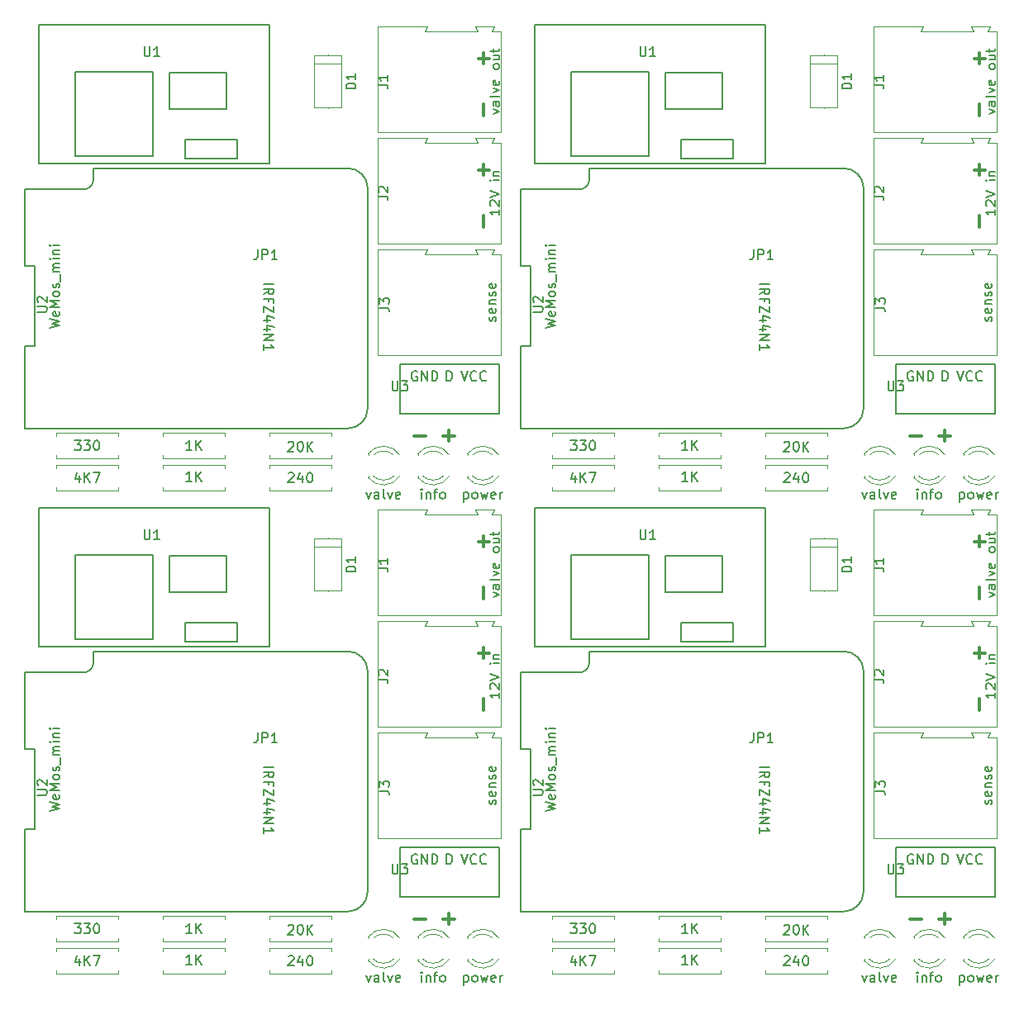
<source format=gbr>
G04 #@! TF.GenerationSoftware,KiCad,Pcbnew,5.0.1*
G04 #@! TF.CreationDate,2018-12-09T15:12:05+01:00*
G04 #@! TF.ProjectId,wasserschaden,7761737365727363686164656E2E6B69,rev?*
G04 #@! TF.SameCoordinates,Original*
G04 #@! TF.FileFunction,Legend,Top*
G04 #@! TF.FilePolarity,Positive*
%FSLAX46Y46*%
G04 Gerber Fmt 4.6, Leading zero omitted, Abs format (unit mm)*
G04 Created by KiCad (PCBNEW 5.0.1) date So 09 Dez 2018 15:12:05 CET*
%MOMM*%
%LPD*%
G01*
G04 APERTURE LIST*
%ADD10C,0.300000*%
%ADD11C,0.150000*%
%ADD12C,0.120000*%
G04 APERTURE END LIST*
D10*
X217130571Y-150602142D02*
X218273428Y-150602142D01*
X220130571Y-150602142D02*
X221273428Y-150602142D01*
X220702000Y-151173571D02*
X220702000Y-150030714D01*
X166330571Y-150602142D02*
X167473428Y-150602142D01*
X169330571Y-150602142D02*
X170473428Y-150602142D01*
X169902000Y-151173571D02*
X169902000Y-150030714D01*
X217130571Y-101072142D02*
X218273428Y-101072142D01*
X220130571Y-101072142D02*
X221273428Y-101072142D01*
X220702000Y-101643571D02*
X220702000Y-100500714D01*
X224262142Y-129198285D02*
X224262142Y-128055428D01*
X224262142Y-123912571D02*
X224262142Y-122769714D01*
X224833571Y-123341142D02*
X223690714Y-123341142D01*
X173462142Y-129198285D02*
X173462142Y-128055428D01*
X173462142Y-123912571D02*
X173462142Y-122769714D01*
X174033571Y-123341142D02*
X172890714Y-123341142D01*
X224262142Y-79668285D02*
X224262142Y-78525428D01*
X224262142Y-74382571D02*
X224262142Y-73239714D01*
X224833571Y-73811142D02*
X223690714Y-73811142D01*
X224262142Y-117768285D02*
X224262142Y-116625428D01*
X224262142Y-112482571D02*
X224262142Y-111339714D01*
X224833571Y-111911142D02*
X223690714Y-111911142D01*
X173462142Y-117768285D02*
X173462142Y-116625428D01*
X173462142Y-112482571D02*
X173462142Y-111339714D01*
X174033571Y-111911142D02*
X172890714Y-111911142D01*
X224262142Y-68238285D02*
X224262142Y-67095428D01*
X224262142Y-62952571D02*
X224262142Y-61809714D01*
X224833571Y-62381142D02*
X223690714Y-62381142D01*
X166330571Y-101072142D02*
X167473428Y-101072142D01*
X169330571Y-101072142D02*
X170473428Y-101072142D01*
X169902000Y-101643571D02*
X169902000Y-100500714D01*
X173462142Y-68238285D02*
X173462142Y-67095428D01*
X173462142Y-62952571D02*
X173462142Y-61809714D01*
X174033571Y-62381142D02*
X172890714Y-62381142D01*
X173462142Y-79668285D02*
X173462142Y-78525428D01*
X173462142Y-74382571D02*
X173462142Y-73239714D01*
X174033571Y-73811142D02*
X172890714Y-73811142D01*
D11*
G04 #@! TO.C,U2*
X177280000Y-149855000D02*
X210360000Y-149855000D01*
X212360000Y-147855000D02*
X212360000Y-125195000D01*
X210360000Y-123195000D02*
X184280000Y-123195000D01*
X177280000Y-125345000D02*
X177280000Y-133205000D01*
X177280000Y-133205000D02*
X178280000Y-133205000D01*
X178280000Y-133205000D02*
X178280000Y-141425000D01*
X178280000Y-141425000D02*
X177280000Y-141425000D01*
X177280000Y-141425000D02*
X177280000Y-149854999D01*
X212360000Y-125195000D02*
G75*
G03X210360000Y-123195000I-2000000J0D01*
G01*
X210360000Y-149855000D02*
G75*
G03X212360000Y-147855000I0J2000000D01*
G01*
X177280000Y-125345000D02*
X183280000Y-125345000D01*
X183280000Y-125345000D02*
G75*
G03X184280000Y-124345000I0J1000000D01*
G01*
X184280000Y-124355000D02*
X184280000Y-123195000D01*
X184280000Y-123195000D02*
X184280000Y-123195000D01*
X126480000Y-149855000D02*
X159560000Y-149855000D01*
X161560000Y-147855000D02*
X161560000Y-125195000D01*
X159560000Y-123195000D02*
X133480000Y-123195000D01*
X126480000Y-125345000D02*
X126480000Y-133205000D01*
X126480000Y-133205000D02*
X127480000Y-133205000D01*
X127480000Y-133205000D02*
X127480000Y-141425000D01*
X127480000Y-141425000D02*
X126480000Y-141425000D01*
X126480000Y-141425000D02*
X126480000Y-149854999D01*
X161560000Y-125195000D02*
G75*
G03X159560000Y-123195000I-2000000J0D01*
G01*
X159560000Y-149855000D02*
G75*
G03X161560000Y-147855000I0J2000000D01*
G01*
X126480000Y-125345000D02*
X132480000Y-125345000D01*
X132480000Y-125345000D02*
G75*
G03X133480000Y-124345000I0J1000000D01*
G01*
X133480000Y-124355000D02*
X133480000Y-123195000D01*
X133480000Y-123195000D02*
X133480000Y-123195000D01*
X177280000Y-100325000D02*
X210360000Y-100325000D01*
X212360000Y-98325000D02*
X212360000Y-75665000D01*
X210360000Y-73665000D02*
X184280000Y-73665000D01*
X177280000Y-75815000D02*
X177280000Y-83675000D01*
X177280000Y-83675000D02*
X178280000Y-83675000D01*
X178280000Y-83675000D02*
X178280000Y-91895000D01*
X178280000Y-91895000D02*
X177280000Y-91895000D01*
X177280000Y-91895000D02*
X177280000Y-100324999D01*
X212360000Y-75665000D02*
G75*
G03X210360000Y-73665000I-2000000J0D01*
G01*
X210360000Y-100325000D02*
G75*
G03X212360000Y-98325000I0J2000000D01*
G01*
X177280000Y-75815000D02*
X183280000Y-75815000D01*
X183280000Y-75815000D02*
G75*
G03X184280000Y-74815000I0J1000000D01*
G01*
X184280000Y-74825000D02*
X184280000Y-73665000D01*
X184280000Y-73665000D02*
X184280000Y-73665000D01*
D12*
G04 #@! TO.C,R3*
X191354000Y-153630000D02*
X191354000Y-153960000D01*
X197774000Y-153630000D02*
X191354000Y-153630000D01*
X197774000Y-153960000D02*
X197774000Y-153630000D01*
X191354000Y-156250000D02*
X191354000Y-155920000D01*
X197774000Y-156250000D02*
X191354000Y-156250000D01*
X197774000Y-155920000D02*
X197774000Y-156250000D01*
X140554000Y-153630000D02*
X140554000Y-153960000D01*
X146974000Y-153630000D02*
X140554000Y-153630000D01*
X146974000Y-153960000D02*
X146974000Y-153630000D01*
X140554000Y-156250000D02*
X140554000Y-155920000D01*
X146974000Y-156250000D02*
X140554000Y-156250000D01*
X146974000Y-155920000D02*
X146974000Y-156250000D01*
X191354000Y-104100000D02*
X191354000Y-104430000D01*
X197774000Y-104100000D02*
X191354000Y-104100000D01*
X197774000Y-104430000D02*
X197774000Y-104100000D01*
X191354000Y-106720000D02*
X191354000Y-106390000D01*
X197774000Y-106720000D02*
X191354000Y-106720000D01*
X197774000Y-106390000D02*
X197774000Y-106720000D01*
G04 #@! TO.C,D3*
X222595000Y-154750000D02*
X222595000Y-154906000D01*
X222595000Y-152434000D02*
X222595000Y-152590000D01*
X225196130Y-154749837D02*
G75*
G02X223114039Y-154750000I-1041130J1079837D01*
G01*
X225196130Y-152590163D02*
G75*
G03X223114039Y-152590000I-1041130J-1079837D01*
G01*
X225827335Y-154748608D02*
G75*
G02X222595000Y-154905516I-1672335J1078608D01*
G01*
X225827335Y-152591392D02*
G75*
G03X222595000Y-152434484I-1672335J-1078608D01*
G01*
X171795000Y-154750000D02*
X171795000Y-154906000D01*
X171795000Y-152434000D02*
X171795000Y-152590000D01*
X174396130Y-154749837D02*
G75*
G02X172314039Y-154750000I-1041130J1079837D01*
G01*
X174396130Y-152590163D02*
G75*
G03X172314039Y-152590000I-1041130J-1079837D01*
G01*
X175027335Y-154748608D02*
G75*
G02X171795000Y-154905516I-1672335J1078608D01*
G01*
X175027335Y-152591392D02*
G75*
G03X171795000Y-152434484I-1672335J-1078608D01*
G01*
X222595000Y-105220000D02*
X222595000Y-105376000D01*
X222595000Y-102904000D02*
X222595000Y-103060000D01*
X225196130Y-105219837D02*
G75*
G02X223114039Y-105220000I-1041130J1079837D01*
G01*
X225196130Y-103060163D02*
G75*
G03X223114039Y-103060000I-1041130J-1079837D01*
G01*
X225827335Y-105218608D02*
G75*
G02X222595000Y-105375516I-1672335J1078608D01*
G01*
X225827335Y-103061392D02*
G75*
G03X222595000Y-102904484I-1672335J-1078608D01*
G01*
D11*
G04 #@! TO.C,U1*
X192024000Y-117094000D02*
X192024000Y-113411000D01*
X197866000Y-117094000D02*
X192024000Y-117094000D01*
X197866000Y-113411000D02*
X197866000Y-117094000D01*
X192024000Y-113411000D02*
X197866000Y-113411000D01*
X199009000Y-120269000D02*
X199009000Y-122174000D01*
X193675000Y-120269000D02*
X199009000Y-120269000D01*
X193675000Y-122174000D02*
X193675000Y-120269000D01*
X199009000Y-122174000D02*
X193675000Y-122174000D01*
X190373000Y-113284000D02*
X182372000Y-113284000D01*
X190373000Y-121920000D02*
X190373000Y-113284000D01*
X182372000Y-121920000D02*
X190373000Y-121920000D01*
X182372000Y-113284000D02*
X182372000Y-121920000D01*
X202311000Y-108458000D02*
X202311000Y-122682000D01*
X178689000Y-108458000D02*
X202311000Y-108458000D01*
X178689000Y-122682000D02*
X178689000Y-108458000D01*
X202311000Y-122682000D02*
X178689000Y-122682000D01*
X141224000Y-117094000D02*
X141224000Y-113411000D01*
X147066000Y-117094000D02*
X141224000Y-117094000D01*
X147066000Y-113411000D02*
X147066000Y-117094000D01*
X141224000Y-113411000D02*
X147066000Y-113411000D01*
X148209000Y-120269000D02*
X148209000Y-122174000D01*
X142875000Y-120269000D02*
X148209000Y-120269000D01*
X142875000Y-122174000D02*
X142875000Y-120269000D01*
X148209000Y-122174000D02*
X142875000Y-122174000D01*
X139573000Y-113284000D02*
X131572000Y-113284000D01*
X139573000Y-121920000D02*
X139573000Y-113284000D01*
X131572000Y-121920000D02*
X139573000Y-121920000D01*
X131572000Y-113284000D02*
X131572000Y-121920000D01*
X151511000Y-108458000D02*
X151511000Y-122682000D01*
X127889000Y-108458000D02*
X151511000Y-108458000D01*
X127889000Y-122682000D02*
X127889000Y-108458000D01*
X151511000Y-122682000D02*
X127889000Y-122682000D01*
X192024000Y-67564000D02*
X192024000Y-63881000D01*
X197866000Y-67564000D02*
X192024000Y-67564000D01*
X197866000Y-63881000D02*
X197866000Y-67564000D01*
X192024000Y-63881000D02*
X197866000Y-63881000D01*
X199009000Y-70739000D02*
X199009000Y-72644000D01*
X193675000Y-70739000D02*
X199009000Y-70739000D01*
X193675000Y-72644000D02*
X193675000Y-70739000D01*
X199009000Y-72644000D02*
X193675000Y-72644000D01*
X190373000Y-63754000D02*
X182372000Y-63754000D01*
X190373000Y-72390000D02*
X190373000Y-63754000D01*
X182372000Y-72390000D02*
X190373000Y-72390000D01*
X182372000Y-63754000D02*
X182372000Y-72390000D01*
X202311000Y-58928000D02*
X202311000Y-73152000D01*
X178689000Y-58928000D02*
X202311000Y-58928000D01*
X178689000Y-73152000D02*
X178689000Y-58928000D01*
X202311000Y-73152000D02*
X178689000Y-73152000D01*
D12*
G04 #@! TO.C,D2*
X212435000Y-154750000D02*
X212435000Y-154906000D01*
X212435000Y-152434000D02*
X212435000Y-152590000D01*
X215036130Y-154749837D02*
G75*
G02X212954039Y-154750000I-1041130J1079837D01*
G01*
X215036130Y-152590163D02*
G75*
G03X212954039Y-152590000I-1041130J-1079837D01*
G01*
X215667335Y-154748608D02*
G75*
G02X212435000Y-154905516I-1672335J1078608D01*
G01*
X215667335Y-152591392D02*
G75*
G03X212435000Y-152434484I-1672335J-1078608D01*
G01*
X161635000Y-154750000D02*
X161635000Y-154906000D01*
X161635000Y-152434000D02*
X161635000Y-152590000D01*
X164236130Y-154749837D02*
G75*
G02X162154039Y-154750000I-1041130J1079837D01*
G01*
X164236130Y-152590163D02*
G75*
G03X162154039Y-152590000I-1041130J-1079837D01*
G01*
X164867335Y-154748608D02*
G75*
G02X161635000Y-154905516I-1672335J1078608D01*
G01*
X164867335Y-152591392D02*
G75*
G03X161635000Y-152434484I-1672335J-1078608D01*
G01*
X212435000Y-105220000D02*
X212435000Y-105376000D01*
X212435000Y-102904000D02*
X212435000Y-103060000D01*
X215036130Y-105219837D02*
G75*
G02X212954039Y-105220000I-1041130J1079837D01*
G01*
X215036130Y-103060163D02*
G75*
G03X212954039Y-103060000I-1041130J-1079837D01*
G01*
X215667335Y-105218608D02*
G75*
G02X212435000Y-105375516I-1672335J1078608D01*
G01*
X215667335Y-103061392D02*
G75*
G03X212435000Y-102904484I-1672335J-1078608D01*
G01*
G04 #@! TO.C,R2*
X197774000Y-152948000D02*
X197774000Y-152618000D01*
X191354000Y-152948000D02*
X197774000Y-152948000D01*
X191354000Y-152618000D02*
X191354000Y-152948000D01*
X197774000Y-150328000D02*
X197774000Y-150658000D01*
X191354000Y-150328000D02*
X197774000Y-150328000D01*
X191354000Y-150658000D02*
X191354000Y-150328000D01*
X146974000Y-152948000D02*
X146974000Y-152618000D01*
X140554000Y-152948000D02*
X146974000Y-152948000D01*
X140554000Y-152618000D02*
X140554000Y-152948000D01*
X146974000Y-150328000D02*
X146974000Y-150658000D01*
X140554000Y-150328000D02*
X146974000Y-150328000D01*
X140554000Y-150658000D02*
X140554000Y-150328000D01*
X197774000Y-103418000D02*
X197774000Y-103088000D01*
X191354000Y-103418000D02*
X197774000Y-103418000D01*
X191354000Y-103088000D02*
X191354000Y-103418000D01*
X197774000Y-100798000D02*
X197774000Y-101128000D01*
X191354000Y-100798000D02*
X197774000Y-100798000D01*
X191354000Y-101128000D02*
X191354000Y-100798000D01*
G04 #@! TO.C,J2*
X213410000Y-120070000D02*
X213410000Y-130920000D01*
X218510000Y-120070000D02*
X213410000Y-120070000D01*
X218210000Y-120570000D02*
X218510000Y-120070000D01*
X223610000Y-120570000D02*
X218210000Y-120570000D01*
X223360000Y-120070000D02*
X223610000Y-120570000D01*
X223410000Y-120070000D02*
X223360000Y-120070000D01*
X225310000Y-120070000D02*
X223410000Y-120070000D01*
X225060000Y-120570000D02*
X225310000Y-120070000D01*
X226010000Y-120570000D02*
X225060000Y-120570000D01*
X226010000Y-130920000D02*
X226010000Y-120570000D01*
X213410000Y-130920000D02*
X226010000Y-130920000D01*
X162610000Y-120070000D02*
X162610000Y-130920000D01*
X167710000Y-120070000D02*
X162610000Y-120070000D01*
X167410000Y-120570000D02*
X167710000Y-120070000D01*
X172810000Y-120570000D02*
X167410000Y-120570000D01*
X172560000Y-120070000D02*
X172810000Y-120570000D01*
X172610000Y-120070000D02*
X172560000Y-120070000D01*
X174510000Y-120070000D02*
X172610000Y-120070000D01*
X174260000Y-120570000D02*
X174510000Y-120070000D01*
X175210000Y-120570000D02*
X174260000Y-120570000D01*
X175210000Y-130920000D02*
X175210000Y-120570000D01*
X162610000Y-130920000D02*
X175210000Y-130920000D01*
X213410000Y-70540000D02*
X213410000Y-81390000D01*
X218510000Y-70540000D02*
X213410000Y-70540000D01*
X218210000Y-71040000D02*
X218510000Y-70540000D01*
X223610000Y-71040000D02*
X218210000Y-71040000D01*
X223360000Y-70540000D02*
X223610000Y-71040000D01*
X223410000Y-70540000D02*
X223360000Y-70540000D01*
X225310000Y-70540000D02*
X223410000Y-70540000D01*
X225060000Y-71040000D02*
X225310000Y-70540000D01*
X226010000Y-71040000D02*
X225060000Y-71040000D01*
X226010000Y-81390000D02*
X226010000Y-71040000D01*
X213410000Y-81390000D02*
X226010000Y-81390000D01*
G04 #@! TO.C,D1*
X209690000Y-112480000D02*
X206870000Y-112480000D01*
X208280000Y-117030000D02*
X208280000Y-116960000D01*
X208280000Y-111570000D02*
X208280000Y-111640000D01*
X209690000Y-116960000D02*
X209690000Y-111640000D01*
X206870000Y-116960000D02*
X209690000Y-116960000D01*
X206870000Y-111640000D02*
X206870000Y-116960000D01*
X209690000Y-111640000D02*
X206870000Y-111640000D01*
X158890000Y-112480000D02*
X156070000Y-112480000D01*
X157480000Y-117030000D02*
X157480000Y-116960000D01*
X157480000Y-111570000D02*
X157480000Y-111640000D01*
X158890000Y-116960000D02*
X158890000Y-111640000D01*
X156070000Y-116960000D02*
X158890000Y-116960000D01*
X156070000Y-111640000D02*
X156070000Y-116960000D01*
X158890000Y-111640000D02*
X156070000Y-111640000D01*
X209690000Y-62950000D02*
X206870000Y-62950000D01*
X208280000Y-67500000D02*
X208280000Y-67430000D01*
X208280000Y-62040000D02*
X208280000Y-62110000D01*
X209690000Y-67430000D02*
X209690000Y-62110000D01*
X206870000Y-67430000D02*
X209690000Y-67430000D01*
X206870000Y-62110000D02*
X206870000Y-67430000D01*
X209690000Y-62110000D02*
X206870000Y-62110000D01*
D11*
G04 #@! TO.C,U3*
X215646000Y-143256000D02*
X225806000Y-143256000D01*
X225806000Y-143256000D02*
X225806000Y-148336000D01*
X225806000Y-148336000D02*
X215646000Y-148336000D01*
X215646000Y-148336000D02*
X215646000Y-143256000D01*
X164846000Y-143256000D02*
X175006000Y-143256000D01*
X175006000Y-143256000D02*
X175006000Y-148336000D01*
X175006000Y-148336000D02*
X164846000Y-148336000D01*
X164846000Y-148336000D02*
X164846000Y-143256000D01*
X215646000Y-93726000D02*
X225806000Y-93726000D01*
X225806000Y-93726000D02*
X225806000Y-98806000D01*
X225806000Y-98806000D02*
X215646000Y-98806000D01*
X215646000Y-98806000D02*
X215646000Y-93726000D01*
D12*
G04 #@! TO.C,R6*
X180432000Y-153630000D02*
X180432000Y-153960000D01*
X186852000Y-153630000D02*
X180432000Y-153630000D01*
X186852000Y-153960000D02*
X186852000Y-153630000D01*
X180432000Y-156250000D02*
X180432000Y-155920000D01*
X186852000Y-156250000D02*
X180432000Y-156250000D01*
X186852000Y-155920000D02*
X186852000Y-156250000D01*
X129632000Y-153630000D02*
X129632000Y-153960000D01*
X136052000Y-153630000D02*
X129632000Y-153630000D01*
X136052000Y-153960000D02*
X136052000Y-153630000D01*
X129632000Y-156250000D02*
X129632000Y-155920000D01*
X136052000Y-156250000D02*
X129632000Y-156250000D01*
X136052000Y-155920000D02*
X136052000Y-156250000D01*
X180432000Y-104100000D02*
X180432000Y-104430000D01*
X186852000Y-104100000D02*
X180432000Y-104100000D01*
X186852000Y-104430000D02*
X186852000Y-104100000D01*
X180432000Y-106720000D02*
X180432000Y-106390000D01*
X186852000Y-106720000D02*
X180432000Y-106720000D01*
X186852000Y-106390000D02*
X186852000Y-106720000D01*
G04 #@! TO.C,J3*
X213410000Y-131500000D02*
X213410000Y-142350000D01*
X218510000Y-131500000D02*
X213410000Y-131500000D01*
X218210000Y-132000000D02*
X218510000Y-131500000D01*
X223610000Y-132000000D02*
X218210000Y-132000000D01*
X223360000Y-131500000D02*
X223610000Y-132000000D01*
X223410000Y-131500000D02*
X223360000Y-131500000D01*
X225310000Y-131500000D02*
X223410000Y-131500000D01*
X225060000Y-132000000D02*
X225310000Y-131500000D01*
X226010000Y-132000000D02*
X225060000Y-132000000D01*
X226010000Y-142350000D02*
X226010000Y-132000000D01*
X213410000Y-142350000D02*
X226010000Y-142350000D01*
X162610000Y-131500000D02*
X162610000Y-142350000D01*
X167710000Y-131500000D02*
X162610000Y-131500000D01*
X167410000Y-132000000D02*
X167710000Y-131500000D01*
X172810000Y-132000000D02*
X167410000Y-132000000D01*
X172560000Y-131500000D02*
X172810000Y-132000000D01*
X172610000Y-131500000D02*
X172560000Y-131500000D01*
X174510000Y-131500000D02*
X172610000Y-131500000D01*
X174260000Y-132000000D02*
X174510000Y-131500000D01*
X175210000Y-132000000D02*
X174260000Y-132000000D01*
X175210000Y-142350000D02*
X175210000Y-132000000D01*
X162610000Y-142350000D02*
X175210000Y-142350000D01*
X213410000Y-81970000D02*
X213410000Y-92820000D01*
X218510000Y-81970000D02*
X213410000Y-81970000D01*
X218210000Y-82470000D02*
X218510000Y-81970000D01*
X223610000Y-82470000D02*
X218210000Y-82470000D01*
X223360000Y-81970000D02*
X223610000Y-82470000D01*
X223410000Y-81970000D02*
X223360000Y-81970000D01*
X225310000Y-81970000D02*
X223410000Y-81970000D01*
X225060000Y-82470000D02*
X225310000Y-81970000D01*
X226010000Y-82470000D02*
X225060000Y-82470000D01*
X226010000Y-92820000D02*
X226010000Y-82470000D01*
X213410000Y-92820000D02*
X226010000Y-92820000D01*
G04 #@! TO.C,R4*
X208696000Y-156250000D02*
X208696000Y-155920000D01*
X202276000Y-156250000D02*
X208696000Y-156250000D01*
X202276000Y-155920000D02*
X202276000Y-156250000D01*
X208696000Y-153630000D02*
X208696000Y-153960000D01*
X202276000Y-153630000D02*
X208696000Y-153630000D01*
X202276000Y-153960000D02*
X202276000Y-153630000D01*
X157896000Y-156250000D02*
X157896000Y-155920000D01*
X151476000Y-156250000D02*
X157896000Y-156250000D01*
X151476000Y-155920000D02*
X151476000Y-156250000D01*
X157896000Y-153630000D02*
X157896000Y-153960000D01*
X151476000Y-153630000D02*
X157896000Y-153630000D01*
X151476000Y-153960000D02*
X151476000Y-153630000D01*
X208696000Y-106720000D02*
X208696000Y-106390000D01*
X202276000Y-106720000D02*
X208696000Y-106720000D01*
X202276000Y-106390000D02*
X202276000Y-106720000D01*
X208696000Y-104100000D02*
X208696000Y-104430000D01*
X202276000Y-104100000D02*
X208696000Y-104100000D01*
X202276000Y-104430000D02*
X202276000Y-104100000D01*
G04 #@! TO.C,D4*
X217515000Y-154750000D02*
X217515000Y-154906000D01*
X217515000Y-152434000D02*
X217515000Y-152590000D01*
X220116130Y-154749837D02*
G75*
G02X218034039Y-154750000I-1041130J1079837D01*
G01*
X220116130Y-152590163D02*
G75*
G03X218034039Y-152590000I-1041130J-1079837D01*
G01*
X220747335Y-154748608D02*
G75*
G02X217515000Y-154905516I-1672335J1078608D01*
G01*
X220747335Y-152591392D02*
G75*
G03X217515000Y-152434484I-1672335J-1078608D01*
G01*
X166715000Y-154750000D02*
X166715000Y-154906000D01*
X166715000Y-152434000D02*
X166715000Y-152590000D01*
X169316130Y-154749837D02*
G75*
G02X167234039Y-154750000I-1041130J1079837D01*
G01*
X169316130Y-152590163D02*
G75*
G03X167234039Y-152590000I-1041130J-1079837D01*
G01*
X169947335Y-154748608D02*
G75*
G02X166715000Y-154905516I-1672335J1078608D01*
G01*
X169947335Y-152591392D02*
G75*
G03X166715000Y-152434484I-1672335J-1078608D01*
G01*
X217515000Y-105220000D02*
X217515000Y-105376000D01*
X217515000Y-102904000D02*
X217515000Y-103060000D01*
X220116130Y-105219837D02*
G75*
G02X218034039Y-105220000I-1041130J1079837D01*
G01*
X220116130Y-103060163D02*
G75*
G03X218034039Y-103060000I-1041130J-1079837D01*
G01*
X220747335Y-105218608D02*
G75*
G02X217515000Y-105375516I-1672335J1078608D01*
G01*
X220747335Y-103061392D02*
G75*
G03X217515000Y-102904484I-1672335J-1078608D01*
G01*
G04 #@! TO.C,J1*
X213410000Y-108640000D02*
X213410000Y-119490000D01*
X218510000Y-108640000D02*
X213410000Y-108640000D01*
X218210000Y-109140000D02*
X218510000Y-108640000D01*
X223610000Y-109140000D02*
X218210000Y-109140000D01*
X223360000Y-108640000D02*
X223610000Y-109140000D01*
X223410000Y-108640000D02*
X223360000Y-108640000D01*
X225310000Y-108640000D02*
X223410000Y-108640000D01*
X225060000Y-109140000D02*
X225310000Y-108640000D01*
X226010000Y-109140000D02*
X225060000Y-109140000D01*
X226010000Y-119490000D02*
X226010000Y-109140000D01*
X213410000Y-119490000D02*
X226010000Y-119490000D01*
X162610000Y-108640000D02*
X162610000Y-119490000D01*
X167710000Y-108640000D02*
X162610000Y-108640000D01*
X167410000Y-109140000D02*
X167710000Y-108640000D01*
X172810000Y-109140000D02*
X167410000Y-109140000D01*
X172560000Y-108640000D02*
X172810000Y-109140000D01*
X172610000Y-108640000D02*
X172560000Y-108640000D01*
X174510000Y-108640000D02*
X172610000Y-108640000D01*
X174260000Y-109140000D02*
X174510000Y-108640000D01*
X175210000Y-109140000D02*
X174260000Y-109140000D01*
X175210000Y-119490000D02*
X175210000Y-109140000D01*
X162610000Y-119490000D02*
X175210000Y-119490000D01*
X213410000Y-59110000D02*
X213410000Y-69960000D01*
X218510000Y-59110000D02*
X213410000Y-59110000D01*
X218210000Y-59610000D02*
X218510000Y-59110000D01*
X223610000Y-59610000D02*
X218210000Y-59610000D01*
X223360000Y-59110000D02*
X223610000Y-59610000D01*
X223410000Y-59110000D02*
X223360000Y-59110000D01*
X225310000Y-59110000D02*
X223410000Y-59110000D01*
X225060000Y-59610000D02*
X225310000Y-59110000D01*
X226010000Y-59610000D02*
X225060000Y-59610000D01*
X226010000Y-69960000D02*
X226010000Y-59610000D01*
X213410000Y-69960000D02*
X226010000Y-69960000D01*
G04 #@! TO.C,R5*
X180432000Y-150328000D02*
X180432000Y-150658000D01*
X186852000Y-150328000D02*
X180432000Y-150328000D01*
X186852000Y-150658000D02*
X186852000Y-150328000D01*
X180432000Y-152948000D02*
X180432000Y-152618000D01*
X186852000Y-152948000D02*
X180432000Y-152948000D01*
X186852000Y-152618000D02*
X186852000Y-152948000D01*
X129632000Y-150328000D02*
X129632000Y-150658000D01*
X136052000Y-150328000D02*
X129632000Y-150328000D01*
X136052000Y-150658000D02*
X136052000Y-150328000D01*
X129632000Y-152948000D02*
X129632000Y-152618000D01*
X136052000Y-152948000D02*
X129632000Y-152948000D01*
X136052000Y-152618000D02*
X136052000Y-152948000D01*
X180432000Y-100798000D02*
X180432000Y-101128000D01*
X186852000Y-100798000D02*
X180432000Y-100798000D01*
X186852000Y-101128000D02*
X186852000Y-100798000D01*
X180432000Y-103418000D02*
X180432000Y-103088000D01*
X186852000Y-103418000D02*
X180432000Y-103418000D01*
X186852000Y-103088000D02*
X186852000Y-103418000D01*
G04 #@! TO.C,R1*
X208696000Y-152948000D02*
X208696000Y-152618000D01*
X202276000Y-152948000D02*
X208696000Y-152948000D01*
X202276000Y-152618000D02*
X202276000Y-152948000D01*
X208696000Y-150328000D02*
X208696000Y-150658000D01*
X202276000Y-150328000D02*
X208696000Y-150328000D01*
X202276000Y-150658000D02*
X202276000Y-150328000D01*
X157896000Y-152948000D02*
X157896000Y-152618000D01*
X151476000Y-152948000D02*
X157896000Y-152948000D01*
X151476000Y-152618000D02*
X151476000Y-152948000D01*
X157896000Y-150328000D02*
X157896000Y-150658000D01*
X151476000Y-150328000D02*
X157896000Y-150328000D01*
X151476000Y-150658000D02*
X151476000Y-150328000D01*
X208696000Y-103418000D02*
X208696000Y-103088000D01*
X202276000Y-103418000D02*
X208696000Y-103418000D01*
X202276000Y-103088000D02*
X202276000Y-103418000D01*
X208696000Y-100798000D02*
X208696000Y-101128000D01*
X202276000Y-100798000D02*
X208696000Y-100798000D01*
X202276000Y-101128000D02*
X202276000Y-100798000D01*
D11*
G04 #@! TO.C,U2*
X133480000Y-73665000D02*
X133480000Y-73665000D01*
X133480000Y-74825000D02*
X133480000Y-73665000D01*
X132480000Y-75815000D02*
G75*
G03X133480000Y-74815000I0J1000000D01*
G01*
X126480000Y-75815000D02*
X132480000Y-75815000D01*
X159560000Y-100325000D02*
G75*
G03X161560000Y-98325000I0J2000000D01*
G01*
X161560000Y-75665000D02*
G75*
G03X159560000Y-73665000I-2000000J0D01*
G01*
X126480000Y-91895000D02*
X126480000Y-100324999D01*
X127480000Y-91895000D02*
X126480000Y-91895000D01*
X127480000Y-83675000D02*
X127480000Y-91895000D01*
X126480000Y-83675000D02*
X127480000Y-83675000D01*
X126480000Y-75815000D02*
X126480000Y-83675000D01*
X159560000Y-73665000D02*
X133480000Y-73665000D01*
X161560000Y-98325000D02*
X161560000Y-75665000D01*
X126480000Y-100325000D02*
X159560000Y-100325000D01*
G04 #@! TO.C,U1*
X151511000Y-73152000D02*
X127889000Y-73152000D01*
X127889000Y-73152000D02*
X127889000Y-58928000D01*
X127889000Y-58928000D02*
X151511000Y-58928000D01*
X151511000Y-58928000D02*
X151511000Y-73152000D01*
X131572000Y-63754000D02*
X131572000Y-72390000D01*
X131572000Y-72390000D02*
X139573000Y-72390000D01*
X139573000Y-72390000D02*
X139573000Y-63754000D01*
X139573000Y-63754000D02*
X131572000Y-63754000D01*
X148209000Y-72644000D02*
X142875000Y-72644000D01*
X142875000Y-72644000D02*
X142875000Y-70739000D01*
X142875000Y-70739000D02*
X148209000Y-70739000D01*
X148209000Y-70739000D02*
X148209000Y-72644000D01*
X141224000Y-63881000D02*
X147066000Y-63881000D01*
X147066000Y-63881000D02*
X147066000Y-67564000D01*
X147066000Y-67564000D02*
X141224000Y-67564000D01*
X141224000Y-67564000D02*
X141224000Y-63881000D01*
D12*
G04 #@! TO.C,R3*
X146974000Y-106390000D02*
X146974000Y-106720000D01*
X146974000Y-106720000D02*
X140554000Y-106720000D01*
X140554000Y-106720000D02*
X140554000Y-106390000D01*
X146974000Y-104430000D02*
X146974000Y-104100000D01*
X146974000Y-104100000D02*
X140554000Y-104100000D01*
X140554000Y-104100000D02*
X140554000Y-104430000D01*
G04 #@! TO.C,D1*
X158890000Y-62110000D02*
X156070000Y-62110000D01*
X156070000Y-62110000D02*
X156070000Y-67430000D01*
X156070000Y-67430000D02*
X158890000Y-67430000D01*
X158890000Y-67430000D02*
X158890000Y-62110000D01*
X157480000Y-62040000D02*
X157480000Y-62110000D01*
X157480000Y-67500000D02*
X157480000Y-67430000D01*
X158890000Y-62950000D02*
X156070000Y-62950000D01*
G04 #@! TO.C,D4*
X169947335Y-103061392D02*
G75*
G03X166715000Y-102904484I-1672335J-1078608D01*
G01*
X169947335Y-105218608D02*
G75*
G02X166715000Y-105375516I-1672335J1078608D01*
G01*
X169316130Y-103060163D02*
G75*
G03X167234039Y-103060000I-1041130J-1079837D01*
G01*
X169316130Y-105219837D02*
G75*
G02X167234039Y-105220000I-1041130J1079837D01*
G01*
X166715000Y-102904000D02*
X166715000Y-103060000D01*
X166715000Y-105220000D02*
X166715000Y-105376000D01*
G04 #@! TO.C,D3*
X175027335Y-103061392D02*
G75*
G03X171795000Y-102904484I-1672335J-1078608D01*
G01*
X175027335Y-105218608D02*
G75*
G02X171795000Y-105375516I-1672335J1078608D01*
G01*
X174396130Y-103060163D02*
G75*
G03X172314039Y-103060000I-1041130J-1079837D01*
G01*
X174396130Y-105219837D02*
G75*
G02X172314039Y-105220000I-1041130J1079837D01*
G01*
X171795000Y-102904000D02*
X171795000Y-103060000D01*
X171795000Y-105220000D02*
X171795000Y-105376000D01*
G04 #@! TO.C,D2*
X164867335Y-103061392D02*
G75*
G03X161635000Y-102904484I-1672335J-1078608D01*
G01*
X164867335Y-105218608D02*
G75*
G02X161635000Y-105375516I-1672335J1078608D01*
G01*
X164236130Y-103060163D02*
G75*
G03X162154039Y-103060000I-1041130J-1079837D01*
G01*
X164236130Y-105219837D02*
G75*
G02X162154039Y-105220000I-1041130J1079837D01*
G01*
X161635000Y-102904000D02*
X161635000Y-103060000D01*
X161635000Y-105220000D02*
X161635000Y-105376000D01*
G04 #@! TO.C,R1*
X151476000Y-101128000D02*
X151476000Y-100798000D01*
X151476000Y-100798000D02*
X157896000Y-100798000D01*
X157896000Y-100798000D02*
X157896000Y-101128000D01*
X151476000Y-103088000D02*
X151476000Y-103418000D01*
X151476000Y-103418000D02*
X157896000Y-103418000D01*
X157896000Y-103418000D02*
X157896000Y-103088000D01*
G04 #@! TO.C,J2*
X162610000Y-81390000D02*
X175210000Y-81390000D01*
X175210000Y-81390000D02*
X175210000Y-71040000D01*
X175210000Y-71040000D02*
X174260000Y-71040000D01*
X174260000Y-71040000D02*
X174510000Y-70540000D01*
X174510000Y-70540000D02*
X172610000Y-70540000D01*
X172610000Y-70540000D02*
X172560000Y-70540000D01*
X172560000Y-70540000D02*
X172810000Y-71040000D01*
X172810000Y-71040000D02*
X167410000Y-71040000D01*
X167410000Y-71040000D02*
X167710000Y-70540000D01*
X167710000Y-70540000D02*
X162610000Y-70540000D01*
X162610000Y-70540000D02*
X162610000Y-81390000D01*
G04 #@! TO.C,J1*
X162610000Y-69960000D02*
X175210000Y-69960000D01*
X175210000Y-69960000D02*
X175210000Y-59610000D01*
X175210000Y-59610000D02*
X174260000Y-59610000D01*
X174260000Y-59610000D02*
X174510000Y-59110000D01*
X174510000Y-59110000D02*
X172610000Y-59110000D01*
X172610000Y-59110000D02*
X172560000Y-59110000D01*
X172560000Y-59110000D02*
X172810000Y-59610000D01*
X172810000Y-59610000D02*
X167410000Y-59610000D01*
X167410000Y-59610000D02*
X167710000Y-59110000D01*
X167710000Y-59110000D02*
X162610000Y-59110000D01*
X162610000Y-59110000D02*
X162610000Y-69960000D01*
G04 #@! TO.C,R2*
X140554000Y-101128000D02*
X140554000Y-100798000D01*
X140554000Y-100798000D02*
X146974000Y-100798000D01*
X146974000Y-100798000D02*
X146974000Y-101128000D01*
X140554000Y-103088000D02*
X140554000Y-103418000D01*
X140554000Y-103418000D02*
X146974000Y-103418000D01*
X146974000Y-103418000D02*
X146974000Y-103088000D01*
G04 #@! TO.C,R4*
X151476000Y-104430000D02*
X151476000Y-104100000D01*
X151476000Y-104100000D02*
X157896000Y-104100000D01*
X157896000Y-104100000D02*
X157896000Y-104430000D01*
X151476000Y-106390000D02*
X151476000Y-106720000D01*
X151476000Y-106720000D02*
X157896000Y-106720000D01*
X157896000Y-106720000D02*
X157896000Y-106390000D01*
G04 #@! TO.C,J3*
X162610000Y-92820000D02*
X175210000Y-92820000D01*
X175210000Y-92820000D02*
X175210000Y-82470000D01*
X175210000Y-82470000D02*
X174260000Y-82470000D01*
X174260000Y-82470000D02*
X174510000Y-81970000D01*
X174510000Y-81970000D02*
X172610000Y-81970000D01*
X172610000Y-81970000D02*
X172560000Y-81970000D01*
X172560000Y-81970000D02*
X172810000Y-82470000D01*
X172810000Y-82470000D02*
X167410000Y-82470000D01*
X167410000Y-82470000D02*
X167710000Y-81970000D01*
X167710000Y-81970000D02*
X162610000Y-81970000D01*
X162610000Y-81970000D02*
X162610000Y-92820000D01*
G04 #@! TO.C,R5*
X136052000Y-103088000D02*
X136052000Y-103418000D01*
X136052000Y-103418000D02*
X129632000Y-103418000D01*
X129632000Y-103418000D02*
X129632000Y-103088000D01*
X136052000Y-101128000D02*
X136052000Y-100798000D01*
X136052000Y-100798000D02*
X129632000Y-100798000D01*
X129632000Y-100798000D02*
X129632000Y-101128000D01*
G04 #@! TO.C,R6*
X136052000Y-106390000D02*
X136052000Y-106720000D01*
X136052000Y-106720000D02*
X129632000Y-106720000D01*
X129632000Y-106720000D02*
X129632000Y-106390000D01*
X136052000Y-104430000D02*
X136052000Y-104100000D01*
X136052000Y-104100000D02*
X129632000Y-104100000D01*
X129632000Y-104100000D02*
X129632000Y-104430000D01*
D11*
G04 #@! TO.C,U3*
X164846000Y-98806000D02*
X164846000Y-93726000D01*
X175006000Y-98806000D02*
X164846000Y-98806000D01*
X175006000Y-93726000D02*
X175006000Y-98806000D01*
X164846000Y-93726000D02*
X175006000Y-93726000D01*
G04 #@! TO.C,U2*
X178522380Y-137921904D02*
X179331904Y-137921904D01*
X179427142Y-137874285D01*
X179474761Y-137826666D01*
X179522380Y-137731428D01*
X179522380Y-137540952D01*
X179474761Y-137445714D01*
X179427142Y-137398095D01*
X179331904Y-137350476D01*
X178522380Y-137350476D01*
X178617619Y-136921904D02*
X178570000Y-136874285D01*
X178522380Y-136779047D01*
X178522380Y-136540952D01*
X178570000Y-136445714D01*
X178617619Y-136398095D01*
X178712857Y-136350476D01*
X178808095Y-136350476D01*
X178950952Y-136398095D01*
X179522380Y-136969523D01*
X179522380Y-136350476D01*
X179792380Y-139516904D02*
X180792380Y-139278809D01*
X180078095Y-139088333D01*
X180792380Y-138897857D01*
X179792380Y-138659761D01*
X180744761Y-137897857D02*
X180792380Y-137993095D01*
X180792380Y-138183571D01*
X180744761Y-138278809D01*
X180649523Y-138326428D01*
X180268571Y-138326428D01*
X180173333Y-138278809D01*
X180125714Y-138183571D01*
X180125714Y-137993095D01*
X180173333Y-137897857D01*
X180268571Y-137850238D01*
X180363809Y-137850238D01*
X180459047Y-138326428D01*
X180792380Y-137421666D02*
X179792380Y-137421666D01*
X180506666Y-137088333D01*
X179792380Y-136755000D01*
X180792380Y-136755000D01*
X180792380Y-136135952D02*
X180744761Y-136231190D01*
X180697142Y-136278809D01*
X180601904Y-136326428D01*
X180316190Y-136326428D01*
X180220952Y-136278809D01*
X180173333Y-136231190D01*
X180125714Y-136135952D01*
X180125714Y-135993095D01*
X180173333Y-135897857D01*
X180220952Y-135850238D01*
X180316190Y-135802619D01*
X180601904Y-135802619D01*
X180697142Y-135850238D01*
X180744761Y-135897857D01*
X180792380Y-135993095D01*
X180792380Y-136135952D01*
X180744761Y-135421666D02*
X180792380Y-135326428D01*
X180792380Y-135135952D01*
X180744761Y-135040714D01*
X180649523Y-134993095D01*
X180601904Y-134993095D01*
X180506666Y-135040714D01*
X180459047Y-135135952D01*
X180459047Y-135278809D01*
X180411428Y-135374047D01*
X180316190Y-135421666D01*
X180268571Y-135421666D01*
X180173333Y-135374047D01*
X180125714Y-135278809D01*
X180125714Y-135135952D01*
X180173333Y-135040714D01*
X180887619Y-134802619D02*
X180887619Y-134040714D01*
X180792380Y-133802619D02*
X180125714Y-133802619D01*
X180220952Y-133802619D02*
X180173333Y-133755000D01*
X180125714Y-133659761D01*
X180125714Y-133516904D01*
X180173333Y-133421666D01*
X180268571Y-133374047D01*
X180792380Y-133374047D01*
X180268571Y-133374047D02*
X180173333Y-133326428D01*
X180125714Y-133231190D01*
X180125714Y-133088333D01*
X180173333Y-132993095D01*
X180268571Y-132945476D01*
X180792380Y-132945476D01*
X180792380Y-132469285D02*
X180125714Y-132469285D01*
X179792380Y-132469285D02*
X179840000Y-132516904D01*
X179887619Y-132469285D01*
X179840000Y-132421666D01*
X179792380Y-132469285D01*
X179887619Y-132469285D01*
X180125714Y-131993095D02*
X180792380Y-131993095D01*
X180220952Y-131993095D02*
X180173333Y-131945476D01*
X180125714Y-131850238D01*
X180125714Y-131707380D01*
X180173333Y-131612142D01*
X180268571Y-131564523D01*
X180792380Y-131564523D01*
X180792380Y-131088333D02*
X180125714Y-131088333D01*
X179792380Y-131088333D02*
X179840000Y-131135952D01*
X179887619Y-131088333D01*
X179840000Y-131040714D01*
X179792380Y-131088333D01*
X179887619Y-131088333D01*
X127722380Y-137921904D02*
X128531904Y-137921904D01*
X128627142Y-137874285D01*
X128674761Y-137826666D01*
X128722380Y-137731428D01*
X128722380Y-137540952D01*
X128674761Y-137445714D01*
X128627142Y-137398095D01*
X128531904Y-137350476D01*
X127722380Y-137350476D01*
X127817619Y-136921904D02*
X127770000Y-136874285D01*
X127722380Y-136779047D01*
X127722380Y-136540952D01*
X127770000Y-136445714D01*
X127817619Y-136398095D01*
X127912857Y-136350476D01*
X128008095Y-136350476D01*
X128150952Y-136398095D01*
X128722380Y-136969523D01*
X128722380Y-136350476D01*
X128992380Y-139516904D02*
X129992380Y-139278809D01*
X129278095Y-139088333D01*
X129992380Y-138897857D01*
X128992380Y-138659761D01*
X129944761Y-137897857D02*
X129992380Y-137993095D01*
X129992380Y-138183571D01*
X129944761Y-138278809D01*
X129849523Y-138326428D01*
X129468571Y-138326428D01*
X129373333Y-138278809D01*
X129325714Y-138183571D01*
X129325714Y-137993095D01*
X129373333Y-137897857D01*
X129468571Y-137850238D01*
X129563809Y-137850238D01*
X129659047Y-138326428D01*
X129992380Y-137421666D02*
X128992380Y-137421666D01*
X129706666Y-137088333D01*
X128992380Y-136755000D01*
X129992380Y-136755000D01*
X129992380Y-136135952D02*
X129944761Y-136231190D01*
X129897142Y-136278809D01*
X129801904Y-136326428D01*
X129516190Y-136326428D01*
X129420952Y-136278809D01*
X129373333Y-136231190D01*
X129325714Y-136135952D01*
X129325714Y-135993095D01*
X129373333Y-135897857D01*
X129420952Y-135850238D01*
X129516190Y-135802619D01*
X129801904Y-135802619D01*
X129897142Y-135850238D01*
X129944761Y-135897857D01*
X129992380Y-135993095D01*
X129992380Y-136135952D01*
X129944761Y-135421666D02*
X129992380Y-135326428D01*
X129992380Y-135135952D01*
X129944761Y-135040714D01*
X129849523Y-134993095D01*
X129801904Y-134993095D01*
X129706666Y-135040714D01*
X129659047Y-135135952D01*
X129659047Y-135278809D01*
X129611428Y-135374047D01*
X129516190Y-135421666D01*
X129468571Y-135421666D01*
X129373333Y-135374047D01*
X129325714Y-135278809D01*
X129325714Y-135135952D01*
X129373333Y-135040714D01*
X130087619Y-134802619D02*
X130087619Y-134040714D01*
X129992380Y-133802619D02*
X129325714Y-133802619D01*
X129420952Y-133802619D02*
X129373333Y-133755000D01*
X129325714Y-133659761D01*
X129325714Y-133516904D01*
X129373333Y-133421666D01*
X129468571Y-133374047D01*
X129992380Y-133374047D01*
X129468571Y-133374047D02*
X129373333Y-133326428D01*
X129325714Y-133231190D01*
X129325714Y-133088333D01*
X129373333Y-132993095D01*
X129468571Y-132945476D01*
X129992380Y-132945476D01*
X129992380Y-132469285D02*
X129325714Y-132469285D01*
X128992380Y-132469285D02*
X129040000Y-132516904D01*
X129087619Y-132469285D01*
X129040000Y-132421666D01*
X128992380Y-132469285D01*
X129087619Y-132469285D01*
X129325714Y-131993095D02*
X129992380Y-131993095D01*
X129420952Y-131993095D02*
X129373333Y-131945476D01*
X129325714Y-131850238D01*
X129325714Y-131707380D01*
X129373333Y-131612142D01*
X129468571Y-131564523D01*
X129992380Y-131564523D01*
X129992380Y-131088333D02*
X129325714Y-131088333D01*
X128992380Y-131088333D02*
X129040000Y-131135952D01*
X129087619Y-131088333D01*
X129040000Y-131040714D01*
X128992380Y-131088333D01*
X129087619Y-131088333D01*
X178522380Y-88391904D02*
X179331904Y-88391904D01*
X179427142Y-88344285D01*
X179474761Y-88296666D01*
X179522380Y-88201428D01*
X179522380Y-88010952D01*
X179474761Y-87915714D01*
X179427142Y-87868095D01*
X179331904Y-87820476D01*
X178522380Y-87820476D01*
X178617619Y-87391904D02*
X178570000Y-87344285D01*
X178522380Y-87249047D01*
X178522380Y-87010952D01*
X178570000Y-86915714D01*
X178617619Y-86868095D01*
X178712857Y-86820476D01*
X178808095Y-86820476D01*
X178950952Y-86868095D01*
X179522380Y-87439523D01*
X179522380Y-86820476D01*
X179792380Y-89986904D02*
X180792380Y-89748809D01*
X180078095Y-89558333D01*
X180792380Y-89367857D01*
X179792380Y-89129761D01*
X180744761Y-88367857D02*
X180792380Y-88463095D01*
X180792380Y-88653571D01*
X180744761Y-88748809D01*
X180649523Y-88796428D01*
X180268571Y-88796428D01*
X180173333Y-88748809D01*
X180125714Y-88653571D01*
X180125714Y-88463095D01*
X180173333Y-88367857D01*
X180268571Y-88320238D01*
X180363809Y-88320238D01*
X180459047Y-88796428D01*
X180792380Y-87891666D02*
X179792380Y-87891666D01*
X180506666Y-87558333D01*
X179792380Y-87225000D01*
X180792380Y-87225000D01*
X180792380Y-86605952D02*
X180744761Y-86701190D01*
X180697142Y-86748809D01*
X180601904Y-86796428D01*
X180316190Y-86796428D01*
X180220952Y-86748809D01*
X180173333Y-86701190D01*
X180125714Y-86605952D01*
X180125714Y-86463095D01*
X180173333Y-86367857D01*
X180220952Y-86320238D01*
X180316190Y-86272619D01*
X180601904Y-86272619D01*
X180697142Y-86320238D01*
X180744761Y-86367857D01*
X180792380Y-86463095D01*
X180792380Y-86605952D01*
X180744761Y-85891666D02*
X180792380Y-85796428D01*
X180792380Y-85605952D01*
X180744761Y-85510714D01*
X180649523Y-85463095D01*
X180601904Y-85463095D01*
X180506666Y-85510714D01*
X180459047Y-85605952D01*
X180459047Y-85748809D01*
X180411428Y-85844047D01*
X180316190Y-85891666D01*
X180268571Y-85891666D01*
X180173333Y-85844047D01*
X180125714Y-85748809D01*
X180125714Y-85605952D01*
X180173333Y-85510714D01*
X180887619Y-85272619D02*
X180887619Y-84510714D01*
X180792380Y-84272619D02*
X180125714Y-84272619D01*
X180220952Y-84272619D02*
X180173333Y-84225000D01*
X180125714Y-84129761D01*
X180125714Y-83986904D01*
X180173333Y-83891666D01*
X180268571Y-83844047D01*
X180792380Y-83844047D01*
X180268571Y-83844047D02*
X180173333Y-83796428D01*
X180125714Y-83701190D01*
X180125714Y-83558333D01*
X180173333Y-83463095D01*
X180268571Y-83415476D01*
X180792380Y-83415476D01*
X180792380Y-82939285D02*
X180125714Y-82939285D01*
X179792380Y-82939285D02*
X179840000Y-82986904D01*
X179887619Y-82939285D01*
X179840000Y-82891666D01*
X179792380Y-82939285D01*
X179887619Y-82939285D01*
X180125714Y-82463095D02*
X180792380Y-82463095D01*
X180220952Y-82463095D02*
X180173333Y-82415476D01*
X180125714Y-82320238D01*
X180125714Y-82177380D01*
X180173333Y-82082142D01*
X180268571Y-82034523D01*
X180792380Y-82034523D01*
X180792380Y-81558333D02*
X180125714Y-81558333D01*
X179792380Y-81558333D02*
X179840000Y-81605952D01*
X179887619Y-81558333D01*
X179840000Y-81510714D01*
X179792380Y-81558333D01*
X179887619Y-81558333D01*
G04 #@! TO.C,R3*
X194349714Y-155265380D02*
X193778285Y-155265380D01*
X194064000Y-155265380D02*
X194064000Y-154265380D01*
X193968761Y-154408238D01*
X193873523Y-154503476D01*
X193778285Y-154551095D01*
X194778285Y-155265380D02*
X194778285Y-154265380D01*
X195349714Y-155265380D02*
X194921142Y-154693952D01*
X195349714Y-154265380D02*
X194778285Y-154836809D01*
X143549714Y-155265380D02*
X142978285Y-155265380D01*
X143264000Y-155265380D02*
X143264000Y-154265380D01*
X143168761Y-154408238D01*
X143073523Y-154503476D01*
X142978285Y-154551095D01*
X143978285Y-155265380D02*
X143978285Y-154265380D01*
X144549714Y-155265380D02*
X144121142Y-154693952D01*
X144549714Y-154265380D02*
X143978285Y-154836809D01*
X194349714Y-105735380D02*
X193778285Y-105735380D01*
X194064000Y-105735380D02*
X194064000Y-104735380D01*
X193968761Y-104878238D01*
X193873523Y-104973476D01*
X193778285Y-105021095D01*
X194778285Y-105735380D02*
X194778285Y-104735380D01*
X195349714Y-105735380D02*
X194921142Y-105163952D01*
X195349714Y-104735380D02*
X194778285Y-105306809D01*
G04 #@! TO.C,D3*
X222226428Y-156415714D02*
X222226428Y-157415714D01*
X222226428Y-156463333D02*
X222321666Y-156415714D01*
X222512142Y-156415714D01*
X222607380Y-156463333D01*
X222655000Y-156510952D01*
X222702619Y-156606190D01*
X222702619Y-156891904D01*
X222655000Y-156987142D01*
X222607380Y-157034761D01*
X222512142Y-157082380D01*
X222321666Y-157082380D01*
X222226428Y-157034761D01*
X223274047Y-157082380D02*
X223178809Y-157034761D01*
X223131190Y-156987142D01*
X223083571Y-156891904D01*
X223083571Y-156606190D01*
X223131190Y-156510952D01*
X223178809Y-156463333D01*
X223274047Y-156415714D01*
X223416904Y-156415714D01*
X223512142Y-156463333D01*
X223559761Y-156510952D01*
X223607380Y-156606190D01*
X223607380Y-156891904D01*
X223559761Y-156987142D01*
X223512142Y-157034761D01*
X223416904Y-157082380D01*
X223274047Y-157082380D01*
X223940714Y-156415714D02*
X224131190Y-157082380D01*
X224321666Y-156606190D01*
X224512142Y-157082380D01*
X224702619Y-156415714D01*
X225464523Y-157034761D02*
X225369285Y-157082380D01*
X225178809Y-157082380D01*
X225083571Y-157034761D01*
X225035952Y-156939523D01*
X225035952Y-156558571D01*
X225083571Y-156463333D01*
X225178809Y-156415714D01*
X225369285Y-156415714D01*
X225464523Y-156463333D01*
X225512142Y-156558571D01*
X225512142Y-156653809D01*
X225035952Y-156749047D01*
X225940714Y-157082380D02*
X225940714Y-156415714D01*
X225940714Y-156606190D02*
X225988333Y-156510952D01*
X226035952Y-156463333D01*
X226131190Y-156415714D01*
X226226428Y-156415714D01*
X171426428Y-156415714D02*
X171426428Y-157415714D01*
X171426428Y-156463333D02*
X171521666Y-156415714D01*
X171712142Y-156415714D01*
X171807380Y-156463333D01*
X171855000Y-156510952D01*
X171902619Y-156606190D01*
X171902619Y-156891904D01*
X171855000Y-156987142D01*
X171807380Y-157034761D01*
X171712142Y-157082380D01*
X171521666Y-157082380D01*
X171426428Y-157034761D01*
X172474047Y-157082380D02*
X172378809Y-157034761D01*
X172331190Y-156987142D01*
X172283571Y-156891904D01*
X172283571Y-156606190D01*
X172331190Y-156510952D01*
X172378809Y-156463333D01*
X172474047Y-156415714D01*
X172616904Y-156415714D01*
X172712142Y-156463333D01*
X172759761Y-156510952D01*
X172807380Y-156606190D01*
X172807380Y-156891904D01*
X172759761Y-156987142D01*
X172712142Y-157034761D01*
X172616904Y-157082380D01*
X172474047Y-157082380D01*
X173140714Y-156415714D02*
X173331190Y-157082380D01*
X173521666Y-156606190D01*
X173712142Y-157082380D01*
X173902619Y-156415714D01*
X174664523Y-157034761D02*
X174569285Y-157082380D01*
X174378809Y-157082380D01*
X174283571Y-157034761D01*
X174235952Y-156939523D01*
X174235952Y-156558571D01*
X174283571Y-156463333D01*
X174378809Y-156415714D01*
X174569285Y-156415714D01*
X174664523Y-156463333D01*
X174712142Y-156558571D01*
X174712142Y-156653809D01*
X174235952Y-156749047D01*
X175140714Y-157082380D02*
X175140714Y-156415714D01*
X175140714Y-156606190D02*
X175188333Y-156510952D01*
X175235952Y-156463333D01*
X175331190Y-156415714D01*
X175426428Y-156415714D01*
X222226428Y-106885714D02*
X222226428Y-107885714D01*
X222226428Y-106933333D02*
X222321666Y-106885714D01*
X222512142Y-106885714D01*
X222607380Y-106933333D01*
X222655000Y-106980952D01*
X222702619Y-107076190D01*
X222702619Y-107361904D01*
X222655000Y-107457142D01*
X222607380Y-107504761D01*
X222512142Y-107552380D01*
X222321666Y-107552380D01*
X222226428Y-107504761D01*
X223274047Y-107552380D02*
X223178809Y-107504761D01*
X223131190Y-107457142D01*
X223083571Y-107361904D01*
X223083571Y-107076190D01*
X223131190Y-106980952D01*
X223178809Y-106933333D01*
X223274047Y-106885714D01*
X223416904Y-106885714D01*
X223512142Y-106933333D01*
X223559761Y-106980952D01*
X223607380Y-107076190D01*
X223607380Y-107361904D01*
X223559761Y-107457142D01*
X223512142Y-107504761D01*
X223416904Y-107552380D01*
X223274047Y-107552380D01*
X223940714Y-106885714D02*
X224131190Y-107552380D01*
X224321666Y-107076190D01*
X224512142Y-107552380D01*
X224702619Y-106885714D01*
X225464523Y-107504761D02*
X225369285Y-107552380D01*
X225178809Y-107552380D01*
X225083571Y-107504761D01*
X225035952Y-107409523D01*
X225035952Y-107028571D01*
X225083571Y-106933333D01*
X225178809Y-106885714D01*
X225369285Y-106885714D01*
X225464523Y-106933333D01*
X225512142Y-107028571D01*
X225512142Y-107123809D01*
X225035952Y-107219047D01*
X225940714Y-107552380D02*
X225940714Y-106885714D01*
X225940714Y-107076190D02*
X225988333Y-106980952D01*
X226035952Y-106933333D01*
X226131190Y-106885714D01*
X226226428Y-106885714D01*
G04 #@! TO.C,U1*
X189484095Y-110704380D02*
X189484095Y-111513904D01*
X189531714Y-111609142D01*
X189579333Y-111656761D01*
X189674571Y-111704380D01*
X189865047Y-111704380D01*
X189960285Y-111656761D01*
X190007904Y-111609142D01*
X190055523Y-111513904D01*
X190055523Y-110704380D01*
X191055523Y-111704380D02*
X190484095Y-111704380D01*
X190769809Y-111704380D02*
X190769809Y-110704380D01*
X190674571Y-110847238D01*
X190579333Y-110942476D01*
X190484095Y-110990095D01*
X138684095Y-110704380D02*
X138684095Y-111513904D01*
X138731714Y-111609142D01*
X138779333Y-111656761D01*
X138874571Y-111704380D01*
X139065047Y-111704380D01*
X139160285Y-111656761D01*
X139207904Y-111609142D01*
X139255523Y-111513904D01*
X139255523Y-110704380D01*
X140255523Y-111704380D02*
X139684095Y-111704380D01*
X139969809Y-111704380D02*
X139969809Y-110704380D01*
X139874571Y-110847238D01*
X139779333Y-110942476D01*
X139684095Y-110990095D01*
X189484095Y-61174380D02*
X189484095Y-61983904D01*
X189531714Y-62079142D01*
X189579333Y-62126761D01*
X189674571Y-62174380D01*
X189865047Y-62174380D01*
X189960285Y-62126761D01*
X190007904Y-62079142D01*
X190055523Y-61983904D01*
X190055523Y-61174380D01*
X191055523Y-62174380D02*
X190484095Y-62174380D01*
X190769809Y-62174380D02*
X190769809Y-61174380D01*
X190674571Y-61317238D01*
X190579333Y-61412476D01*
X190484095Y-61460095D01*
G04 #@! TO.C,D2*
X212233095Y-156415714D02*
X212471190Y-157082380D01*
X212709285Y-156415714D01*
X213518809Y-157082380D02*
X213518809Y-156558571D01*
X213471190Y-156463333D01*
X213375952Y-156415714D01*
X213185476Y-156415714D01*
X213090238Y-156463333D01*
X213518809Y-157034761D02*
X213423571Y-157082380D01*
X213185476Y-157082380D01*
X213090238Y-157034761D01*
X213042619Y-156939523D01*
X213042619Y-156844285D01*
X213090238Y-156749047D01*
X213185476Y-156701428D01*
X213423571Y-156701428D01*
X213518809Y-156653809D01*
X214137857Y-157082380D02*
X214042619Y-157034761D01*
X213995000Y-156939523D01*
X213995000Y-156082380D01*
X214423571Y-156415714D02*
X214661666Y-157082380D01*
X214899761Y-156415714D01*
X215661666Y-157034761D02*
X215566428Y-157082380D01*
X215375952Y-157082380D01*
X215280714Y-157034761D01*
X215233095Y-156939523D01*
X215233095Y-156558571D01*
X215280714Y-156463333D01*
X215375952Y-156415714D01*
X215566428Y-156415714D01*
X215661666Y-156463333D01*
X215709285Y-156558571D01*
X215709285Y-156653809D01*
X215233095Y-156749047D01*
X161433095Y-156415714D02*
X161671190Y-157082380D01*
X161909285Y-156415714D01*
X162718809Y-157082380D02*
X162718809Y-156558571D01*
X162671190Y-156463333D01*
X162575952Y-156415714D01*
X162385476Y-156415714D01*
X162290238Y-156463333D01*
X162718809Y-157034761D02*
X162623571Y-157082380D01*
X162385476Y-157082380D01*
X162290238Y-157034761D01*
X162242619Y-156939523D01*
X162242619Y-156844285D01*
X162290238Y-156749047D01*
X162385476Y-156701428D01*
X162623571Y-156701428D01*
X162718809Y-156653809D01*
X163337857Y-157082380D02*
X163242619Y-157034761D01*
X163195000Y-156939523D01*
X163195000Y-156082380D01*
X163623571Y-156415714D02*
X163861666Y-157082380D01*
X164099761Y-156415714D01*
X164861666Y-157034761D02*
X164766428Y-157082380D01*
X164575952Y-157082380D01*
X164480714Y-157034761D01*
X164433095Y-156939523D01*
X164433095Y-156558571D01*
X164480714Y-156463333D01*
X164575952Y-156415714D01*
X164766428Y-156415714D01*
X164861666Y-156463333D01*
X164909285Y-156558571D01*
X164909285Y-156653809D01*
X164433095Y-156749047D01*
X212233095Y-106885714D02*
X212471190Y-107552380D01*
X212709285Y-106885714D01*
X213518809Y-107552380D02*
X213518809Y-107028571D01*
X213471190Y-106933333D01*
X213375952Y-106885714D01*
X213185476Y-106885714D01*
X213090238Y-106933333D01*
X213518809Y-107504761D02*
X213423571Y-107552380D01*
X213185476Y-107552380D01*
X213090238Y-107504761D01*
X213042619Y-107409523D01*
X213042619Y-107314285D01*
X213090238Y-107219047D01*
X213185476Y-107171428D01*
X213423571Y-107171428D01*
X213518809Y-107123809D01*
X214137857Y-107552380D02*
X214042619Y-107504761D01*
X213995000Y-107409523D01*
X213995000Y-106552380D01*
X214423571Y-106885714D02*
X214661666Y-107552380D01*
X214899761Y-106885714D01*
X215661666Y-107504761D02*
X215566428Y-107552380D01*
X215375952Y-107552380D01*
X215280714Y-107504761D01*
X215233095Y-107409523D01*
X215233095Y-107028571D01*
X215280714Y-106933333D01*
X215375952Y-106885714D01*
X215566428Y-106885714D01*
X215661666Y-106933333D01*
X215709285Y-107028571D01*
X215709285Y-107123809D01*
X215233095Y-107219047D01*
G04 #@! TO.C,R2*
X194349714Y-152090380D02*
X193778285Y-152090380D01*
X194064000Y-152090380D02*
X194064000Y-151090380D01*
X193968761Y-151233238D01*
X193873523Y-151328476D01*
X193778285Y-151376095D01*
X194778285Y-152090380D02*
X194778285Y-151090380D01*
X195349714Y-152090380D02*
X194921142Y-151518952D01*
X195349714Y-151090380D02*
X194778285Y-151661809D01*
X143549714Y-152090380D02*
X142978285Y-152090380D01*
X143264000Y-152090380D02*
X143264000Y-151090380D01*
X143168761Y-151233238D01*
X143073523Y-151328476D01*
X142978285Y-151376095D01*
X143978285Y-152090380D02*
X143978285Y-151090380D01*
X144549714Y-152090380D02*
X144121142Y-151518952D01*
X144549714Y-151090380D02*
X143978285Y-151661809D01*
X194349714Y-102560380D02*
X193778285Y-102560380D01*
X194064000Y-102560380D02*
X194064000Y-101560380D01*
X193968761Y-101703238D01*
X193873523Y-101798476D01*
X193778285Y-101846095D01*
X194778285Y-102560380D02*
X194778285Y-101560380D01*
X195349714Y-102560380D02*
X194921142Y-101988952D01*
X195349714Y-101560380D02*
X194778285Y-102131809D01*
G04 #@! TO.C,J2*
X213447380Y-126063333D02*
X214161666Y-126063333D01*
X214304523Y-126110952D01*
X214399761Y-126206190D01*
X214447380Y-126349047D01*
X214447380Y-126444285D01*
X213542619Y-125634761D02*
X213495000Y-125587142D01*
X213447380Y-125491904D01*
X213447380Y-125253809D01*
X213495000Y-125158571D01*
X213542619Y-125110952D01*
X213637857Y-125063333D01*
X213733095Y-125063333D01*
X213875952Y-125110952D01*
X214447380Y-125682380D01*
X214447380Y-125063333D01*
X225877380Y-127420476D02*
X225877380Y-127991904D01*
X225877380Y-127706190D02*
X224877380Y-127706190D01*
X225020238Y-127801428D01*
X225115476Y-127896666D01*
X225163095Y-127991904D01*
X224972619Y-127039523D02*
X224925000Y-126991904D01*
X224877380Y-126896666D01*
X224877380Y-126658571D01*
X224925000Y-126563333D01*
X224972619Y-126515714D01*
X225067857Y-126468095D01*
X225163095Y-126468095D01*
X225305952Y-126515714D01*
X225877380Y-127087142D01*
X225877380Y-126468095D01*
X224877380Y-126182380D02*
X225877380Y-125849047D01*
X224877380Y-125515714D01*
X225877380Y-124420476D02*
X225210714Y-124420476D01*
X224877380Y-124420476D02*
X224925000Y-124468095D01*
X224972619Y-124420476D01*
X224925000Y-124372857D01*
X224877380Y-124420476D01*
X224972619Y-124420476D01*
X225210714Y-123944285D02*
X225877380Y-123944285D01*
X225305952Y-123944285D02*
X225258333Y-123896666D01*
X225210714Y-123801428D01*
X225210714Y-123658571D01*
X225258333Y-123563333D01*
X225353571Y-123515714D01*
X225877380Y-123515714D01*
X162647380Y-126063333D02*
X163361666Y-126063333D01*
X163504523Y-126110952D01*
X163599761Y-126206190D01*
X163647380Y-126349047D01*
X163647380Y-126444285D01*
X162742619Y-125634761D02*
X162695000Y-125587142D01*
X162647380Y-125491904D01*
X162647380Y-125253809D01*
X162695000Y-125158571D01*
X162742619Y-125110952D01*
X162837857Y-125063333D01*
X162933095Y-125063333D01*
X163075952Y-125110952D01*
X163647380Y-125682380D01*
X163647380Y-125063333D01*
X175077380Y-127420476D02*
X175077380Y-127991904D01*
X175077380Y-127706190D02*
X174077380Y-127706190D01*
X174220238Y-127801428D01*
X174315476Y-127896666D01*
X174363095Y-127991904D01*
X174172619Y-127039523D02*
X174125000Y-126991904D01*
X174077380Y-126896666D01*
X174077380Y-126658571D01*
X174125000Y-126563333D01*
X174172619Y-126515714D01*
X174267857Y-126468095D01*
X174363095Y-126468095D01*
X174505952Y-126515714D01*
X175077380Y-127087142D01*
X175077380Y-126468095D01*
X174077380Y-126182380D02*
X175077380Y-125849047D01*
X174077380Y-125515714D01*
X175077380Y-124420476D02*
X174410714Y-124420476D01*
X174077380Y-124420476D02*
X174125000Y-124468095D01*
X174172619Y-124420476D01*
X174125000Y-124372857D01*
X174077380Y-124420476D01*
X174172619Y-124420476D01*
X174410714Y-123944285D02*
X175077380Y-123944285D01*
X174505952Y-123944285D02*
X174458333Y-123896666D01*
X174410714Y-123801428D01*
X174410714Y-123658571D01*
X174458333Y-123563333D01*
X174553571Y-123515714D01*
X175077380Y-123515714D01*
X213447380Y-76533333D02*
X214161666Y-76533333D01*
X214304523Y-76580952D01*
X214399761Y-76676190D01*
X214447380Y-76819047D01*
X214447380Y-76914285D01*
X213542619Y-76104761D02*
X213495000Y-76057142D01*
X213447380Y-75961904D01*
X213447380Y-75723809D01*
X213495000Y-75628571D01*
X213542619Y-75580952D01*
X213637857Y-75533333D01*
X213733095Y-75533333D01*
X213875952Y-75580952D01*
X214447380Y-76152380D01*
X214447380Y-75533333D01*
X225877380Y-77890476D02*
X225877380Y-78461904D01*
X225877380Y-78176190D02*
X224877380Y-78176190D01*
X225020238Y-78271428D01*
X225115476Y-78366666D01*
X225163095Y-78461904D01*
X224972619Y-77509523D02*
X224925000Y-77461904D01*
X224877380Y-77366666D01*
X224877380Y-77128571D01*
X224925000Y-77033333D01*
X224972619Y-76985714D01*
X225067857Y-76938095D01*
X225163095Y-76938095D01*
X225305952Y-76985714D01*
X225877380Y-77557142D01*
X225877380Y-76938095D01*
X224877380Y-76652380D02*
X225877380Y-76319047D01*
X224877380Y-75985714D01*
X225877380Y-74890476D02*
X225210714Y-74890476D01*
X224877380Y-74890476D02*
X224925000Y-74938095D01*
X224972619Y-74890476D01*
X224925000Y-74842857D01*
X224877380Y-74890476D01*
X224972619Y-74890476D01*
X225210714Y-74414285D02*
X225877380Y-74414285D01*
X225305952Y-74414285D02*
X225258333Y-74366666D01*
X225210714Y-74271428D01*
X225210714Y-74128571D01*
X225258333Y-74033333D01*
X225353571Y-73985714D01*
X225877380Y-73985714D01*
G04 #@! TO.C,JP1*
X201096666Y-131532380D02*
X201096666Y-132246666D01*
X201049047Y-132389523D01*
X200953809Y-132484761D01*
X200810952Y-132532380D01*
X200715714Y-132532380D01*
X201572857Y-132532380D02*
X201572857Y-131532380D01*
X201953809Y-131532380D01*
X202049047Y-131580000D01*
X202096666Y-131627619D01*
X202144285Y-131722857D01*
X202144285Y-131865714D01*
X202096666Y-131960952D01*
X202049047Y-132008571D01*
X201953809Y-132056190D01*
X201572857Y-132056190D01*
X203096666Y-132532380D02*
X202525238Y-132532380D01*
X202810952Y-132532380D02*
X202810952Y-131532380D01*
X202715714Y-131675238D01*
X202620476Y-131770476D01*
X202525238Y-131818095D01*
X150296666Y-131532380D02*
X150296666Y-132246666D01*
X150249047Y-132389523D01*
X150153809Y-132484761D01*
X150010952Y-132532380D01*
X149915714Y-132532380D01*
X150772857Y-132532380D02*
X150772857Y-131532380D01*
X151153809Y-131532380D01*
X151249047Y-131580000D01*
X151296666Y-131627619D01*
X151344285Y-131722857D01*
X151344285Y-131865714D01*
X151296666Y-131960952D01*
X151249047Y-132008571D01*
X151153809Y-132056190D01*
X150772857Y-132056190D01*
X152296666Y-132532380D02*
X151725238Y-132532380D01*
X152010952Y-132532380D02*
X152010952Y-131532380D01*
X151915714Y-131675238D01*
X151820476Y-131770476D01*
X151725238Y-131818095D01*
X201096666Y-82002380D02*
X201096666Y-82716666D01*
X201049047Y-82859523D01*
X200953809Y-82954761D01*
X200810952Y-83002380D01*
X200715714Y-83002380D01*
X201572857Y-83002380D02*
X201572857Y-82002380D01*
X201953809Y-82002380D01*
X202049047Y-82050000D01*
X202096666Y-82097619D01*
X202144285Y-82192857D01*
X202144285Y-82335714D01*
X202096666Y-82430952D01*
X202049047Y-82478571D01*
X201953809Y-82526190D01*
X201572857Y-82526190D01*
X203096666Y-83002380D02*
X202525238Y-83002380D01*
X202810952Y-83002380D02*
X202810952Y-82002380D01*
X202715714Y-82145238D01*
X202620476Y-82240476D01*
X202525238Y-82288095D01*
G04 #@! TO.C,D1*
X211142380Y-115038095D02*
X210142380Y-115038095D01*
X210142380Y-114800000D01*
X210190000Y-114657142D01*
X210285238Y-114561904D01*
X210380476Y-114514285D01*
X210570952Y-114466666D01*
X210713809Y-114466666D01*
X210904285Y-114514285D01*
X210999523Y-114561904D01*
X211094761Y-114657142D01*
X211142380Y-114800000D01*
X211142380Y-115038095D01*
X211142380Y-113514285D02*
X211142380Y-114085714D01*
X211142380Y-113800000D02*
X210142380Y-113800000D01*
X210285238Y-113895238D01*
X210380476Y-113990476D01*
X210428095Y-114085714D01*
X160342380Y-115038095D02*
X159342380Y-115038095D01*
X159342380Y-114800000D01*
X159390000Y-114657142D01*
X159485238Y-114561904D01*
X159580476Y-114514285D01*
X159770952Y-114466666D01*
X159913809Y-114466666D01*
X160104285Y-114514285D01*
X160199523Y-114561904D01*
X160294761Y-114657142D01*
X160342380Y-114800000D01*
X160342380Y-115038095D01*
X160342380Y-113514285D02*
X160342380Y-114085714D01*
X160342380Y-113800000D02*
X159342380Y-113800000D01*
X159485238Y-113895238D01*
X159580476Y-113990476D01*
X159628095Y-114085714D01*
X211142380Y-65508095D02*
X210142380Y-65508095D01*
X210142380Y-65270000D01*
X210190000Y-65127142D01*
X210285238Y-65031904D01*
X210380476Y-64984285D01*
X210570952Y-64936666D01*
X210713809Y-64936666D01*
X210904285Y-64984285D01*
X210999523Y-65031904D01*
X211094761Y-65127142D01*
X211142380Y-65270000D01*
X211142380Y-65508095D01*
X211142380Y-63984285D02*
X211142380Y-64555714D01*
X211142380Y-64270000D02*
X210142380Y-64270000D01*
X210285238Y-64365238D01*
X210380476Y-64460476D01*
X210428095Y-64555714D01*
G04 #@! TO.C,U3*
X214884095Y-144994380D02*
X214884095Y-145803904D01*
X214931714Y-145899142D01*
X214979333Y-145946761D01*
X215074571Y-145994380D01*
X215265047Y-145994380D01*
X215360285Y-145946761D01*
X215407904Y-145899142D01*
X215455523Y-145803904D01*
X215455523Y-144994380D01*
X215836476Y-144994380D02*
X216455523Y-144994380D01*
X216122190Y-145375333D01*
X216265047Y-145375333D01*
X216360285Y-145422952D01*
X216407904Y-145470571D01*
X216455523Y-145565809D01*
X216455523Y-145803904D01*
X216407904Y-145899142D01*
X216360285Y-145946761D01*
X216265047Y-145994380D01*
X215979333Y-145994380D01*
X215884095Y-145946761D01*
X215836476Y-145899142D01*
X217424095Y-144026000D02*
X217328857Y-143978380D01*
X217186000Y-143978380D01*
X217043142Y-144026000D01*
X216947904Y-144121238D01*
X216900285Y-144216476D01*
X216852666Y-144406952D01*
X216852666Y-144549809D01*
X216900285Y-144740285D01*
X216947904Y-144835523D01*
X217043142Y-144930761D01*
X217186000Y-144978380D01*
X217281238Y-144978380D01*
X217424095Y-144930761D01*
X217471714Y-144883142D01*
X217471714Y-144549809D01*
X217281238Y-144549809D01*
X217900285Y-144978380D02*
X217900285Y-143978380D01*
X218471714Y-144978380D01*
X218471714Y-143978380D01*
X218947904Y-144978380D02*
X218947904Y-143978380D01*
X219186000Y-143978380D01*
X219328857Y-144026000D01*
X219424095Y-144121238D01*
X219471714Y-144216476D01*
X219519333Y-144406952D01*
X219519333Y-144549809D01*
X219471714Y-144740285D01*
X219424095Y-144835523D01*
X219328857Y-144930761D01*
X219186000Y-144978380D01*
X218947904Y-144978380D01*
X220464095Y-144978380D02*
X220464095Y-143978380D01*
X220702190Y-143978380D01*
X220845047Y-144026000D01*
X220940285Y-144121238D01*
X220987904Y-144216476D01*
X221035523Y-144406952D01*
X221035523Y-144549809D01*
X220987904Y-144740285D01*
X220940285Y-144835523D01*
X220845047Y-144930761D01*
X220702190Y-144978380D01*
X220464095Y-144978380D01*
X221932666Y-143978380D02*
X222266000Y-144978380D01*
X222599333Y-143978380D01*
X223504095Y-144883142D02*
X223456476Y-144930761D01*
X223313619Y-144978380D01*
X223218380Y-144978380D01*
X223075523Y-144930761D01*
X222980285Y-144835523D01*
X222932666Y-144740285D01*
X222885047Y-144549809D01*
X222885047Y-144406952D01*
X222932666Y-144216476D01*
X222980285Y-144121238D01*
X223075523Y-144026000D01*
X223218380Y-143978380D01*
X223313619Y-143978380D01*
X223456476Y-144026000D01*
X223504095Y-144073619D01*
X224504095Y-144883142D02*
X224456476Y-144930761D01*
X224313619Y-144978380D01*
X224218380Y-144978380D01*
X224075523Y-144930761D01*
X223980285Y-144835523D01*
X223932666Y-144740285D01*
X223885047Y-144549809D01*
X223885047Y-144406952D01*
X223932666Y-144216476D01*
X223980285Y-144121238D01*
X224075523Y-144026000D01*
X224218380Y-143978380D01*
X224313619Y-143978380D01*
X224456476Y-144026000D01*
X224504095Y-144073619D01*
X164084095Y-144994380D02*
X164084095Y-145803904D01*
X164131714Y-145899142D01*
X164179333Y-145946761D01*
X164274571Y-145994380D01*
X164465047Y-145994380D01*
X164560285Y-145946761D01*
X164607904Y-145899142D01*
X164655523Y-145803904D01*
X164655523Y-144994380D01*
X165036476Y-144994380D02*
X165655523Y-144994380D01*
X165322190Y-145375333D01*
X165465047Y-145375333D01*
X165560285Y-145422952D01*
X165607904Y-145470571D01*
X165655523Y-145565809D01*
X165655523Y-145803904D01*
X165607904Y-145899142D01*
X165560285Y-145946761D01*
X165465047Y-145994380D01*
X165179333Y-145994380D01*
X165084095Y-145946761D01*
X165036476Y-145899142D01*
X166624095Y-144026000D02*
X166528857Y-143978380D01*
X166386000Y-143978380D01*
X166243142Y-144026000D01*
X166147904Y-144121238D01*
X166100285Y-144216476D01*
X166052666Y-144406952D01*
X166052666Y-144549809D01*
X166100285Y-144740285D01*
X166147904Y-144835523D01*
X166243142Y-144930761D01*
X166386000Y-144978380D01*
X166481238Y-144978380D01*
X166624095Y-144930761D01*
X166671714Y-144883142D01*
X166671714Y-144549809D01*
X166481238Y-144549809D01*
X167100285Y-144978380D02*
X167100285Y-143978380D01*
X167671714Y-144978380D01*
X167671714Y-143978380D01*
X168147904Y-144978380D02*
X168147904Y-143978380D01*
X168386000Y-143978380D01*
X168528857Y-144026000D01*
X168624095Y-144121238D01*
X168671714Y-144216476D01*
X168719333Y-144406952D01*
X168719333Y-144549809D01*
X168671714Y-144740285D01*
X168624095Y-144835523D01*
X168528857Y-144930761D01*
X168386000Y-144978380D01*
X168147904Y-144978380D01*
X169664095Y-144978380D02*
X169664095Y-143978380D01*
X169902190Y-143978380D01*
X170045047Y-144026000D01*
X170140285Y-144121238D01*
X170187904Y-144216476D01*
X170235523Y-144406952D01*
X170235523Y-144549809D01*
X170187904Y-144740285D01*
X170140285Y-144835523D01*
X170045047Y-144930761D01*
X169902190Y-144978380D01*
X169664095Y-144978380D01*
X171132666Y-143978380D02*
X171466000Y-144978380D01*
X171799333Y-143978380D01*
X172704095Y-144883142D02*
X172656476Y-144930761D01*
X172513619Y-144978380D01*
X172418380Y-144978380D01*
X172275523Y-144930761D01*
X172180285Y-144835523D01*
X172132666Y-144740285D01*
X172085047Y-144549809D01*
X172085047Y-144406952D01*
X172132666Y-144216476D01*
X172180285Y-144121238D01*
X172275523Y-144026000D01*
X172418380Y-143978380D01*
X172513619Y-143978380D01*
X172656476Y-144026000D01*
X172704095Y-144073619D01*
X173704095Y-144883142D02*
X173656476Y-144930761D01*
X173513619Y-144978380D01*
X173418380Y-144978380D01*
X173275523Y-144930761D01*
X173180285Y-144835523D01*
X173132666Y-144740285D01*
X173085047Y-144549809D01*
X173085047Y-144406952D01*
X173132666Y-144216476D01*
X173180285Y-144121238D01*
X173275523Y-144026000D01*
X173418380Y-143978380D01*
X173513619Y-143978380D01*
X173656476Y-144026000D01*
X173704095Y-144073619D01*
X214884095Y-95464380D02*
X214884095Y-96273904D01*
X214931714Y-96369142D01*
X214979333Y-96416761D01*
X215074571Y-96464380D01*
X215265047Y-96464380D01*
X215360285Y-96416761D01*
X215407904Y-96369142D01*
X215455523Y-96273904D01*
X215455523Y-95464380D01*
X215836476Y-95464380D02*
X216455523Y-95464380D01*
X216122190Y-95845333D01*
X216265047Y-95845333D01*
X216360285Y-95892952D01*
X216407904Y-95940571D01*
X216455523Y-96035809D01*
X216455523Y-96273904D01*
X216407904Y-96369142D01*
X216360285Y-96416761D01*
X216265047Y-96464380D01*
X215979333Y-96464380D01*
X215884095Y-96416761D01*
X215836476Y-96369142D01*
X217424095Y-94496000D02*
X217328857Y-94448380D01*
X217186000Y-94448380D01*
X217043142Y-94496000D01*
X216947904Y-94591238D01*
X216900285Y-94686476D01*
X216852666Y-94876952D01*
X216852666Y-95019809D01*
X216900285Y-95210285D01*
X216947904Y-95305523D01*
X217043142Y-95400761D01*
X217186000Y-95448380D01*
X217281238Y-95448380D01*
X217424095Y-95400761D01*
X217471714Y-95353142D01*
X217471714Y-95019809D01*
X217281238Y-95019809D01*
X217900285Y-95448380D02*
X217900285Y-94448380D01*
X218471714Y-95448380D01*
X218471714Y-94448380D01*
X218947904Y-95448380D02*
X218947904Y-94448380D01*
X219186000Y-94448380D01*
X219328857Y-94496000D01*
X219424095Y-94591238D01*
X219471714Y-94686476D01*
X219519333Y-94876952D01*
X219519333Y-95019809D01*
X219471714Y-95210285D01*
X219424095Y-95305523D01*
X219328857Y-95400761D01*
X219186000Y-95448380D01*
X218947904Y-95448380D01*
X220464095Y-95448380D02*
X220464095Y-94448380D01*
X220702190Y-94448380D01*
X220845047Y-94496000D01*
X220940285Y-94591238D01*
X220987904Y-94686476D01*
X221035523Y-94876952D01*
X221035523Y-95019809D01*
X220987904Y-95210285D01*
X220940285Y-95305523D01*
X220845047Y-95400761D01*
X220702190Y-95448380D01*
X220464095Y-95448380D01*
X221932666Y-94448380D02*
X222266000Y-95448380D01*
X222599333Y-94448380D01*
X223504095Y-95353142D02*
X223456476Y-95400761D01*
X223313619Y-95448380D01*
X223218380Y-95448380D01*
X223075523Y-95400761D01*
X222980285Y-95305523D01*
X222932666Y-95210285D01*
X222885047Y-95019809D01*
X222885047Y-94876952D01*
X222932666Y-94686476D01*
X222980285Y-94591238D01*
X223075523Y-94496000D01*
X223218380Y-94448380D01*
X223313619Y-94448380D01*
X223456476Y-94496000D01*
X223504095Y-94543619D01*
X224504095Y-95353142D02*
X224456476Y-95400761D01*
X224313619Y-95448380D01*
X224218380Y-95448380D01*
X224075523Y-95400761D01*
X223980285Y-95305523D01*
X223932666Y-95210285D01*
X223885047Y-95019809D01*
X223885047Y-94876952D01*
X223932666Y-94686476D01*
X223980285Y-94591238D01*
X224075523Y-94496000D01*
X224218380Y-94448380D01*
X224313619Y-94448380D01*
X224456476Y-94496000D01*
X224504095Y-94543619D01*
G04 #@! TO.C,R6*
X182856285Y-154725714D02*
X182856285Y-155392380D01*
X182618190Y-154344761D02*
X182380095Y-155059047D01*
X182999142Y-155059047D01*
X183380095Y-155392380D02*
X183380095Y-154392380D01*
X183951523Y-155392380D02*
X183522952Y-154820952D01*
X183951523Y-154392380D02*
X183380095Y-154963809D01*
X184284857Y-154392380D02*
X184951523Y-154392380D01*
X184522952Y-155392380D01*
X132056285Y-154725714D02*
X132056285Y-155392380D01*
X131818190Y-154344761D02*
X131580095Y-155059047D01*
X132199142Y-155059047D01*
X132580095Y-155392380D02*
X132580095Y-154392380D01*
X133151523Y-155392380D02*
X132722952Y-154820952D01*
X133151523Y-154392380D02*
X132580095Y-154963809D01*
X133484857Y-154392380D02*
X134151523Y-154392380D01*
X133722952Y-155392380D01*
X182856285Y-105195714D02*
X182856285Y-105862380D01*
X182618190Y-104814761D02*
X182380095Y-105529047D01*
X182999142Y-105529047D01*
X183380095Y-105862380D02*
X183380095Y-104862380D01*
X183951523Y-105862380D02*
X183522952Y-105290952D01*
X183951523Y-104862380D02*
X183380095Y-105433809D01*
X184284857Y-104862380D02*
X184951523Y-104862380D01*
X184522952Y-105862380D01*
G04 #@! TO.C,J3*
X213574380Y-137493333D02*
X214288666Y-137493333D01*
X214431523Y-137540952D01*
X214526761Y-137636190D01*
X214574380Y-137779047D01*
X214574380Y-137874285D01*
X213574380Y-137112380D02*
X213574380Y-136493333D01*
X213955333Y-136826666D01*
X213955333Y-136683809D01*
X214002952Y-136588571D01*
X214050571Y-136540952D01*
X214145809Y-136493333D01*
X214383904Y-136493333D01*
X214479142Y-136540952D01*
X214526761Y-136588571D01*
X214574380Y-136683809D01*
X214574380Y-136969523D01*
X214526761Y-137064761D01*
X214479142Y-137112380D01*
X225448761Y-138848571D02*
X225496380Y-138753333D01*
X225496380Y-138562857D01*
X225448761Y-138467619D01*
X225353523Y-138420000D01*
X225305904Y-138420000D01*
X225210666Y-138467619D01*
X225163047Y-138562857D01*
X225163047Y-138705714D01*
X225115428Y-138800952D01*
X225020190Y-138848571D01*
X224972571Y-138848571D01*
X224877333Y-138800952D01*
X224829714Y-138705714D01*
X224829714Y-138562857D01*
X224877333Y-138467619D01*
X225448761Y-137610476D02*
X225496380Y-137705714D01*
X225496380Y-137896190D01*
X225448761Y-137991428D01*
X225353523Y-138039047D01*
X224972571Y-138039047D01*
X224877333Y-137991428D01*
X224829714Y-137896190D01*
X224829714Y-137705714D01*
X224877333Y-137610476D01*
X224972571Y-137562857D01*
X225067809Y-137562857D01*
X225163047Y-138039047D01*
X224829714Y-137134285D02*
X225496380Y-137134285D01*
X224924952Y-137134285D02*
X224877333Y-137086666D01*
X224829714Y-136991428D01*
X224829714Y-136848571D01*
X224877333Y-136753333D01*
X224972571Y-136705714D01*
X225496380Y-136705714D01*
X225448761Y-136277142D02*
X225496380Y-136181904D01*
X225496380Y-135991428D01*
X225448761Y-135896190D01*
X225353523Y-135848571D01*
X225305904Y-135848571D01*
X225210666Y-135896190D01*
X225163047Y-135991428D01*
X225163047Y-136134285D01*
X225115428Y-136229523D01*
X225020190Y-136277142D01*
X224972571Y-136277142D01*
X224877333Y-136229523D01*
X224829714Y-136134285D01*
X224829714Y-135991428D01*
X224877333Y-135896190D01*
X225448761Y-135039047D02*
X225496380Y-135134285D01*
X225496380Y-135324761D01*
X225448761Y-135420000D01*
X225353523Y-135467619D01*
X224972571Y-135467619D01*
X224877333Y-135420000D01*
X224829714Y-135324761D01*
X224829714Y-135134285D01*
X224877333Y-135039047D01*
X224972571Y-134991428D01*
X225067809Y-134991428D01*
X225163047Y-135467619D01*
X162774380Y-137493333D02*
X163488666Y-137493333D01*
X163631523Y-137540952D01*
X163726761Y-137636190D01*
X163774380Y-137779047D01*
X163774380Y-137874285D01*
X162774380Y-137112380D02*
X162774380Y-136493333D01*
X163155333Y-136826666D01*
X163155333Y-136683809D01*
X163202952Y-136588571D01*
X163250571Y-136540952D01*
X163345809Y-136493333D01*
X163583904Y-136493333D01*
X163679142Y-136540952D01*
X163726761Y-136588571D01*
X163774380Y-136683809D01*
X163774380Y-136969523D01*
X163726761Y-137064761D01*
X163679142Y-137112380D01*
X174648761Y-138848571D02*
X174696380Y-138753333D01*
X174696380Y-138562857D01*
X174648761Y-138467619D01*
X174553523Y-138420000D01*
X174505904Y-138420000D01*
X174410666Y-138467619D01*
X174363047Y-138562857D01*
X174363047Y-138705714D01*
X174315428Y-138800952D01*
X174220190Y-138848571D01*
X174172571Y-138848571D01*
X174077333Y-138800952D01*
X174029714Y-138705714D01*
X174029714Y-138562857D01*
X174077333Y-138467619D01*
X174648761Y-137610476D02*
X174696380Y-137705714D01*
X174696380Y-137896190D01*
X174648761Y-137991428D01*
X174553523Y-138039047D01*
X174172571Y-138039047D01*
X174077333Y-137991428D01*
X174029714Y-137896190D01*
X174029714Y-137705714D01*
X174077333Y-137610476D01*
X174172571Y-137562857D01*
X174267809Y-137562857D01*
X174363047Y-138039047D01*
X174029714Y-137134285D02*
X174696380Y-137134285D01*
X174124952Y-137134285D02*
X174077333Y-137086666D01*
X174029714Y-136991428D01*
X174029714Y-136848571D01*
X174077333Y-136753333D01*
X174172571Y-136705714D01*
X174696380Y-136705714D01*
X174648761Y-136277142D02*
X174696380Y-136181904D01*
X174696380Y-135991428D01*
X174648761Y-135896190D01*
X174553523Y-135848571D01*
X174505904Y-135848571D01*
X174410666Y-135896190D01*
X174363047Y-135991428D01*
X174363047Y-136134285D01*
X174315428Y-136229523D01*
X174220190Y-136277142D01*
X174172571Y-136277142D01*
X174077333Y-136229523D01*
X174029714Y-136134285D01*
X174029714Y-135991428D01*
X174077333Y-135896190D01*
X174648761Y-135039047D02*
X174696380Y-135134285D01*
X174696380Y-135324761D01*
X174648761Y-135420000D01*
X174553523Y-135467619D01*
X174172571Y-135467619D01*
X174077333Y-135420000D01*
X174029714Y-135324761D01*
X174029714Y-135134285D01*
X174077333Y-135039047D01*
X174172571Y-134991428D01*
X174267809Y-134991428D01*
X174363047Y-135467619D01*
X213574380Y-87963333D02*
X214288666Y-87963333D01*
X214431523Y-88010952D01*
X214526761Y-88106190D01*
X214574380Y-88249047D01*
X214574380Y-88344285D01*
X213574380Y-87582380D02*
X213574380Y-86963333D01*
X213955333Y-87296666D01*
X213955333Y-87153809D01*
X214002952Y-87058571D01*
X214050571Y-87010952D01*
X214145809Y-86963333D01*
X214383904Y-86963333D01*
X214479142Y-87010952D01*
X214526761Y-87058571D01*
X214574380Y-87153809D01*
X214574380Y-87439523D01*
X214526761Y-87534761D01*
X214479142Y-87582380D01*
X225448761Y-89318571D02*
X225496380Y-89223333D01*
X225496380Y-89032857D01*
X225448761Y-88937619D01*
X225353523Y-88890000D01*
X225305904Y-88890000D01*
X225210666Y-88937619D01*
X225163047Y-89032857D01*
X225163047Y-89175714D01*
X225115428Y-89270952D01*
X225020190Y-89318571D01*
X224972571Y-89318571D01*
X224877333Y-89270952D01*
X224829714Y-89175714D01*
X224829714Y-89032857D01*
X224877333Y-88937619D01*
X225448761Y-88080476D02*
X225496380Y-88175714D01*
X225496380Y-88366190D01*
X225448761Y-88461428D01*
X225353523Y-88509047D01*
X224972571Y-88509047D01*
X224877333Y-88461428D01*
X224829714Y-88366190D01*
X224829714Y-88175714D01*
X224877333Y-88080476D01*
X224972571Y-88032857D01*
X225067809Y-88032857D01*
X225163047Y-88509047D01*
X224829714Y-87604285D02*
X225496380Y-87604285D01*
X224924952Y-87604285D02*
X224877333Y-87556666D01*
X224829714Y-87461428D01*
X224829714Y-87318571D01*
X224877333Y-87223333D01*
X224972571Y-87175714D01*
X225496380Y-87175714D01*
X225448761Y-86747142D02*
X225496380Y-86651904D01*
X225496380Y-86461428D01*
X225448761Y-86366190D01*
X225353523Y-86318571D01*
X225305904Y-86318571D01*
X225210666Y-86366190D01*
X225163047Y-86461428D01*
X225163047Y-86604285D01*
X225115428Y-86699523D01*
X225020190Y-86747142D01*
X224972571Y-86747142D01*
X224877333Y-86699523D01*
X224829714Y-86604285D01*
X224829714Y-86461428D01*
X224877333Y-86366190D01*
X225448761Y-85509047D02*
X225496380Y-85604285D01*
X225496380Y-85794761D01*
X225448761Y-85890000D01*
X225353523Y-85937619D01*
X224972571Y-85937619D01*
X224877333Y-85890000D01*
X224829714Y-85794761D01*
X224829714Y-85604285D01*
X224877333Y-85509047D01*
X224972571Y-85461428D01*
X225067809Y-85461428D01*
X225163047Y-85937619D01*
G04 #@! TO.C,R4*
X204247904Y-154487619D02*
X204295523Y-154440000D01*
X204390761Y-154392380D01*
X204628857Y-154392380D01*
X204724095Y-154440000D01*
X204771714Y-154487619D01*
X204819333Y-154582857D01*
X204819333Y-154678095D01*
X204771714Y-154820952D01*
X204200285Y-155392380D01*
X204819333Y-155392380D01*
X205676476Y-154725714D02*
X205676476Y-155392380D01*
X205438380Y-154344761D02*
X205200285Y-155059047D01*
X205819333Y-155059047D01*
X206390761Y-154392380D02*
X206486000Y-154392380D01*
X206581238Y-154440000D01*
X206628857Y-154487619D01*
X206676476Y-154582857D01*
X206724095Y-154773333D01*
X206724095Y-155011428D01*
X206676476Y-155201904D01*
X206628857Y-155297142D01*
X206581238Y-155344761D01*
X206486000Y-155392380D01*
X206390761Y-155392380D01*
X206295523Y-155344761D01*
X206247904Y-155297142D01*
X206200285Y-155201904D01*
X206152666Y-155011428D01*
X206152666Y-154773333D01*
X206200285Y-154582857D01*
X206247904Y-154487619D01*
X206295523Y-154440000D01*
X206390761Y-154392380D01*
X153447904Y-154487619D02*
X153495523Y-154440000D01*
X153590761Y-154392380D01*
X153828857Y-154392380D01*
X153924095Y-154440000D01*
X153971714Y-154487619D01*
X154019333Y-154582857D01*
X154019333Y-154678095D01*
X153971714Y-154820952D01*
X153400285Y-155392380D01*
X154019333Y-155392380D01*
X154876476Y-154725714D02*
X154876476Y-155392380D01*
X154638380Y-154344761D02*
X154400285Y-155059047D01*
X155019333Y-155059047D01*
X155590761Y-154392380D02*
X155686000Y-154392380D01*
X155781238Y-154440000D01*
X155828857Y-154487619D01*
X155876476Y-154582857D01*
X155924095Y-154773333D01*
X155924095Y-155011428D01*
X155876476Y-155201904D01*
X155828857Y-155297142D01*
X155781238Y-155344761D01*
X155686000Y-155392380D01*
X155590761Y-155392380D01*
X155495523Y-155344761D01*
X155447904Y-155297142D01*
X155400285Y-155201904D01*
X155352666Y-155011428D01*
X155352666Y-154773333D01*
X155400285Y-154582857D01*
X155447904Y-154487619D01*
X155495523Y-154440000D01*
X155590761Y-154392380D01*
X204247904Y-104957619D02*
X204295523Y-104910000D01*
X204390761Y-104862380D01*
X204628857Y-104862380D01*
X204724095Y-104910000D01*
X204771714Y-104957619D01*
X204819333Y-105052857D01*
X204819333Y-105148095D01*
X204771714Y-105290952D01*
X204200285Y-105862380D01*
X204819333Y-105862380D01*
X205676476Y-105195714D02*
X205676476Y-105862380D01*
X205438380Y-104814761D02*
X205200285Y-105529047D01*
X205819333Y-105529047D01*
X206390761Y-104862380D02*
X206486000Y-104862380D01*
X206581238Y-104910000D01*
X206628857Y-104957619D01*
X206676476Y-105052857D01*
X206724095Y-105243333D01*
X206724095Y-105481428D01*
X206676476Y-105671904D01*
X206628857Y-105767142D01*
X206581238Y-105814761D01*
X206486000Y-105862380D01*
X206390761Y-105862380D01*
X206295523Y-105814761D01*
X206247904Y-105767142D01*
X206200285Y-105671904D01*
X206152666Y-105481428D01*
X206152666Y-105243333D01*
X206200285Y-105052857D01*
X206247904Y-104957619D01*
X206295523Y-104910000D01*
X206390761Y-104862380D01*
G04 #@! TO.C,D4*
X217884523Y-157082380D02*
X217884523Y-156415714D01*
X217884523Y-156082380D02*
X217836904Y-156130000D01*
X217884523Y-156177619D01*
X217932142Y-156130000D01*
X217884523Y-156082380D01*
X217884523Y-156177619D01*
X218360714Y-156415714D02*
X218360714Y-157082380D01*
X218360714Y-156510952D02*
X218408333Y-156463333D01*
X218503571Y-156415714D01*
X218646428Y-156415714D01*
X218741666Y-156463333D01*
X218789285Y-156558571D01*
X218789285Y-157082380D01*
X219122619Y-156415714D02*
X219503571Y-156415714D01*
X219265476Y-157082380D02*
X219265476Y-156225238D01*
X219313095Y-156130000D01*
X219408333Y-156082380D01*
X219503571Y-156082380D01*
X219979761Y-157082380D02*
X219884523Y-157034761D01*
X219836904Y-156987142D01*
X219789285Y-156891904D01*
X219789285Y-156606190D01*
X219836904Y-156510952D01*
X219884523Y-156463333D01*
X219979761Y-156415714D01*
X220122619Y-156415714D01*
X220217857Y-156463333D01*
X220265476Y-156510952D01*
X220313095Y-156606190D01*
X220313095Y-156891904D01*
X220265476Y-156987142D01*
X220217857Y-157034761D01*
X220122619Y-157082380D01*
X219979761Y-157082380D01*
X167084523Y-157082380D02*
X167084523Y-156415714D01*
X167084523Y-156082380D02*
X167036904Y-156130000D01*
X167084523Y-156177619D01*
X167132142Y-156130000D01*
X167084523Y-156082380D01*
X167084523Y-156177619D01*
X167560714Y-156415714D02*
X167560714Y-157082380D01*
X167560714Y-156510952D02*
X167608333Y-156463333D01*
X167703571Y-156415714D01*
X167846428Y-156415714D01*
X167941666Y-156463333D01*
X167989285Y-156558571D01*
X167989285Y-157082380D01*
X168322619Y-156415714D02*
X168703571Y-156415714D01*
X168465476Y-157082380D02*
X168465476Y-156225238D01*
X168513095Y-156130000D01*
X168608333Y-156082380D01*
X168703571Y-156082380D01*
X169179761Y-157082380D02*
X169084523Y-157034761D01*
X169036904Y-156987142D01*
X168989285Y-156891904D01*
X168989285Y-156606190D01*
X169036904Y-156510952D01*
X169084523Y-156463333D01*
X169179761Y-156415714D01*
X169322619Y-156415714D01*
X169417857Y-156463333D01*
X169465476Y-156510952D01*
X169513095Y-156606190D01*
X169513095Y-156891904D01*
X169465476Y-156987142D01*
X169417857Y-157034761D01*
X169322619Y-157082380D01*
X169179761Y-157082380D01*
X217884523Y-107552380D02*
X217884523Y-106885714D01*
X217884523Y-106552380D02*
X217836904Y-106600000D01*
X217884523Y-106647619D01*
X217932142Y-106600000D01*
X217884523Y-106552380D01*
X217884523Y-106647619D01*
X218360714Y-106885714D02*
X218360714Y-107552380D01*
X218360714Y-106980952D02*
X218408333Y-106933333D01*
X218503571Y-106885714D01*
X218646428Y-106885714D01*
X218741666Y-106933333D01*
X218789285Y-107028571D01*
X218789285Y-107552380D01*
X219122619Y-106885714D02*
X219503571Y-106885714D01*
X219265476Y-107552380D02*
X219265476Y-106695238D01*
X219313095Y-106600000D01*
X219408333Y-106552380D01*
X219503571Y-106552380D01*
X219979761Y-107552380D02*
X219884523Y-107504761D01*
X219836904Y-107457142D01*
X219789285Y-107361904D01*
X219789285Y-107076190D01*
X219836904Y-106980952D01*
X219884523Y-106933333D01*
X219979761Y-106885714D01*
X220122619Y-106885714D01*
X220217857Y-106933333D01*
X220265476Y-106980952D01*
X220313095Y-107076190D01*
X220313095Y-107361904D01*
X220265476Y-107457142D01*
X220217857Y-107504761D01*
X220122619Y-107552380D01*
X219979761Y-107552380D01*
G04 #@! TO.C,J1*
X213447380Y-114633333D02*
X214161666Y-114633333D01*
X214304523Y-114680952D01*
X214399761Y-114776190D01*
X214447380Y-114919047D01*
X214447380Y-115014285D01*
X214447380Y-113633333D02*
X214447380Y-114204761D01*
X214447380Y-113919047D02*
X213447380Y-113919047D01*
X213590238Y-114014285D01*
X213685476Y-114109523D01*
X213733095Y-114204761D01*
X225210714Y-117633333D02*
X225877380Y-117395238D01*
X225210714Y-117157142D01*
X225877380Y-116347619D02*
X225353571Y-116347619D01*
X225258333Y-116395238D01*
X225210714Y-116490476D01*
X225210714Y-116680952D01*
X225258333Y-116776190D01*
X225829761Y-116347619D02*
X225877380Y-116442857D01*
X225877380Y-116680952D01*
X225829761Y-116776190D01*
X225734523Y-116823809D01*
X225639285Y-116823809D01*
X225544047Y-116776190D01*
X225496428Y-116680952D01*
X225496428Y-116442857D01*
X225448809Y-116347619D01*
X225877380Y-115728571D02*
X225829761Y-115823809D01*
X225734523Y-115871428D01*
X224877380Y-115871428D01*
X225210714Y-115442857D02*
X225877380Y-115204761D01*
X225210714Y-114966666D01*
X225829761Y-114204761D02*
X225877380Y-114300000D01*
X225877380Y-114490476D01*
X225829761Y-114585714D01*
X225734523Y-114633333D01*
X225353571Y-114633333D01*
X225258333Y-114585714D01*
X225210714Y-114490476D01*
X225210714Y-114300000D01*
X225258333Y-114204761D01*
X225353571Y-114157142D01*
X225448809Y-114157142D01*
X225544047Y-114633333D01*
X225877380Y-112823809D02*
X225829761Y-112919047D01*
X225782142Y-112966666D01*
X225686904Y-113014285D01*
X225401190Y-113014285D01*
X225305952Y-112966666D01*
X225258333Y-112919047D01*
X225210714Y-112823809D01*
X225210714Y-112680952D01*
X225258333Y-112585714D01*
X225305952Y-112538095D01*
X225401190Y-112490476D01*
X225686904Y-112490476D01*
X225782142Y-112538095D01*
X225829761Y-112585714D01*
X225877380Y-112680952D01*
X225877380Y-112823809D01*
X225210714Y-111633333D02*
X225877380Y-111633333D01*
X225210714Y-112061904D02*
X225734523Y-112061904D01*
X225829761Y-112014285D01*
X225877380Y-111919047D01*
X225877380Y-111776190D01*
X225829761Y-111680952D01*
X225782142Y-111633333D01*
X225210714Y-111300000D02*
X225210714Y-110919047D01*
X224877380Y-111157142D02*
X225734523Y-111157142D01*
X225829761Y-111109523D01*
X225877380Y-111014285D01*
X225877380Y-110919047D01*
X162647380Y-114633333D02*
X163361666Y-114633333D01*
X163504523Y-114680952D01*
X163599761Y-114776190D01*
X163647380Y-114919047D01*
X163647380Y-115014285D01*
X163647380Y-113633333D02*
X163647380Y-114204761D01*
X163647380Y-113919047D02*
X162647380Y-113919047D01*
X162790238Y-114014285D01*
X162885476Y-114109523D01*
X162933095Y-114204761D01*
X174410714Y-117633333D02*
X175077380Y-117395238D01*
X174410714Y-117157142D01*
X175077380Y-116347619D02*
X174553571Y-116347619D01*
X174458333Y-116395238D01*
X174410714Y-116490476D01*
X174410714Y-116680952D01*
X174458333Y-116776190D01*
X175029761Y-116347619D02*
X175077380Y-116442857D01*
X175077380Y-116680952D01*
X175029761Y-116776190D01*
X174934523Y-116823809D01*
X174839285Y-116823809D01*
X174744047Y-116776190D01*
X174696428Y-116680952D01*
X174696428Y-116442857D01*
X174648809Y-116347619D01*
X175077380Y-115728571D02*
X175029761Y-115823809D01*
X174934523Y-115871428D01*
X174077380Y-115871428D01*
X174410714Y-115442857D02*
X175077380Y-115204761D01*
X174410714Y-114966666D01*
X175029761Y-114204761D02*
X175077380Y-114300000D01*
X175077380Y-114490476D01*
X175029761Y-114585714D01*
X174934523Y-114633333D01*
X174553571Y-114633333D01*
X174458333Y-114585714D01*
X174410714Y-114490476D01*
X174410714Y-114300000D01*
X174458333Y-114204761D01*
X174553571Y-114157142D01*
X174648809Y-114157142D01*
X174744047Y-114633333D01*
X175077380Y-112823809D02*
X175029761Y-112919047D01*
X174982142Y-112966666D01*
X174886904Y-113014285D01*
X174601190Y-113014285D01*
X174505952Y-112966666D01*
X174458333Y-112919047D01*
X174410714Y-112823809D01*
X174410714Y-112680952D01*
X174458333Y-112585714D01*
X174505952Y-112538095D01*
X174601190Y-112490476D01*
X174886904Y-112490476D01*
X174982142Y-112538095D01*
X175029761Y-112585714D01*
X175077380Y-112680952D01*
X175077380Y-112823809D01*
X174410714Y-111633333D02*
X175077380Y-111633333D01*
X174410714Y-112061904D02*
X174934523Y-112061904D01*
X175029761Y-112014285D01*
X175077380Y-111919047D01*
X175077380Y-111776190D01*
X175029761Y-111680952D01*
X174982142Y-111633333D01*
X174410714Y-111300000D02*
X174410714Y-110919047D01*
X174077380Y-111157142D02*
X174934523Y-111157142D01*
X175029761Y-111109523D01*
X175077380Y-111014285D01*
X175077380Y-110919047D01*
X213447380Y-65103333D02*
X214161666Y-65103333D01*
X214304523Y-65150952D01*
X214399761Y-65246190D01*
X214447380Y-65389047D01*
X214447380Y-65484285D01*
X214447380Y-64103333D02*
X214447380Y-64674761D01*
X214447380Y-64389047D02*
X213447380Y-64389047D01*
X213590238Y-64484285D01*
X213685476Y-64579523D01*
X213733095Y-64674761D01*
X225210714Y-68103333D02*
X225877380Y-67865238D01*
X225210714Y-67627142D01*
X225877380Y-66817619D02*
X225353571Y-66817619D01*
X225258333Y-66865238D01*
X225210714Y-66960476D01*
X225210714Y-67150952D01*
X225258333Y-67246190D01*
X225829761Y-66817619D02*
X225877380Y-66912857D01*
X225877380Y-67150952D01*
X225829761Y-67246190D01*
X225734523Y-67293809D01*
X225639285Y-67293809D01*
X225544047Y-67246190D01*
X225496428Y-67150952D01*
X225496428Y-66912857D01*
X225448809Y-66817619D01*
X225877380Y-66198571D02*
X225829761Y-66293809D01*
X225734523Y-66341428D01*
X224877380Y-66341428D01*
X225210714Y-65912857D02*
X225877380Y-65674761D01*
X225210714Y-65436666D01*
X225829761Y-64674761D02*
X225877380Y-64770000D01*
X225877380Y-64960476D01*
X225829761Y-65055714D01*
X225734523Y-65103333D01*
X225353571Y-65103333D01*
X225258333Y-65055714D01*
X225210714Y-64960476D01*
X225210714Y-64770000D01*
X225258333Y-64674761D01*
X225353571Y-64627142D01*
X225448809Y-64627142D01*
X225544047Y-65103333D01*
X225877380Y-63293809D02*
X225829761Y-63389047D01*
X225782142Y-63436666D01*
X225686904Y-63484285D01*
X225401190Y-63484285D01*
X225305952Y-63436666D01*
X225258333Y-63389047D01*
X225210714Y-63293809D01*
X225210714Y-63150952D01*
X225258333Y-63055714D01*
X225305952Y-63008095D01*
X225401190Y-62960476D01*
X225686904Y-62960476D01*
X225782142Y-63008095D01*
X225829761Y-63055714D01*
X225877380Y-63150952D01*
X225877380Y-63293809D01*
X225210714Y-62103333D02*
X225877380Y-62103333D01*
X225210714Y-62531904D02*
X225734523Y-62531904D01*
X225829761Y-62484285D01*
X225877380Y-62389047D01*
X225877380Y-62246190D01*
X225829761Y-62150952D01*
X225782142Y-62103333D01*
X225210714Y-61770000D02*
X225210714Y-61389047D01*
X224877380Y-61627142D02*
X225734523Y-61627142D01*
X225829761Y-61579523D01*
X225877380Y-61484285D01*
X225877380Y-61389047D01*
G04 #@! TO.C,R5*
X182356285Y-151090380D02*
X182975333Y-151090380D01*
X182642000Y-151471333D01*
X182784857Y-151471333D01*
X182880095Y-151518952D01*
X182927714Y-151566571D01*
X182975333Y-151661809D01*
X182975333Y-151899904D01*
X182927714Y-151995142D01*
X182880095Y-152042761D01*
X182784857Y-152090380D01*
X182499142Y-152090380D01*
X182403904Y-152042761D01*
X182356285Y-151995142D01*
X183308666Y-151090380D02*
X183927714Y-151090380D01*
X183594380Y-151471333D01*
X183737238Y-151471333D01*
X183832476Y-151518952D01*
X183880095Y-151566571D01*
X183927714Y-151661809D01*
X183927714Y-151899904D01*
X183880095Y-151995142D01*
X183832476Y-152042761D01*
X183737238Y-152090380D01*
X183451523Y-152090380D01*
X183356285Y-152042761D01*
X183308666Y-151995142D01*
X184546761Y-151090380D02*
X184642000Y-151090380D01*
X184737238Y-151138000D01*
X184784857Y-151185619D01*
X184832476Y-151280857D01*
X184880095Y-151471333D01*
X184880095Y-151709428D01*
X184832476Y-151899904D01*
X184784857Y-151995142D01*
X184737238Y-152042761D01*
X184642000Y-152090380D01*
X184546761Y-152090380D01*
X184451523Y-152042761D01*
X184403904Y-151995142D01*
X184356285Y-151899904D01*
X184308666Y-151709428D01*
X184308666Y-151471333D01*
X184356285Y-151280857D01*
X184403904Y-151185619D01*
X184451523Y-151138000D01*
X184546761Y-151090380D01*
X131556285Y-151090380D02*
X132175333Y-151090380D01*
X131842000Y-151471333D01*
X131984857Y-151471333D01*
X132080095Y-151518952D01*
X132127714Y-151566571D01*
X132175333Y-151661809D01*
X132175333Y-151899904D01*
X132127714Y-151995142D01*
X132080095Y-152042761D01*
X131984857Y-152090380D01*
X131699142Y-152090380D01*
X131603904Y-152042761D01*
X131556285Y-151995142D01*
X132508666Y-151090380D02*
X133127714Y-151090380D01*
X132794380Y-151471333D01*
X132937238Y-151471333D01*
X133032476Y-151518952D01*
X133080095Y-151566571D01*
X133127714Y-151661809D01*
X133127714Y-151899904D01*
X133080095Y-151995142D01*
X133032476Y-152042761D01*
X132937238Y-152090380D01*
X132651523Y-152090380D01*
X132556285Y-152042761D01*
X132508666Y-151995142D01*
X133746761Y-151090380D02*
X133842000Y-151090380D01*
X133937238Y-151138000D01*
X133984857Y-151185619D01*
X134032476Y-151280857D01*
X134080095Y-151471333D01*
X134080095Y-151709428D01*
X134032476Y-151899904D01*
X133984857Y-151995142D01*
X133937238Y-152042761D01*
X133842000Y-152090380D01*
X133746761Y-152090380D01*
X133651523Y-152042761D01*
X133603904Y-151995142D01*
X133556285Y-151899904D01*
X133508666Y-151709428D01*
X133508666Y-151471333D01*
X133556285Y-151280857D01*
X133603904Y-151185619D01*
X133651523Y-151138000D01*
X133746761Y-151090380D01*
X182356285Y-101560380D02*
X182975333Y-101560380D01*
X182642000Y-101941333D01*
X182784857Y-101941333D01*
X182880095Y-101988952D01*
X182927714Y-102036571D01*
X182975333Y-102131809D01*
X182975333Y-102369904D01*
X182927714Y-102465142D01*
X182880095Y-102512761D01*
X182784857Y-102560380D01*
X182499142Y-102560380D01*
X182403904Y-102512761D01*
X182356285Y-102465142D01*
X183308666Y-101560380D02*
X183927714Y-101560380D01*
X183594380Y-101941333D01*
X183737238Y-101941333D01*
X183832476Y-101988952D01*
X183880095Y-102036571D01*
X183927714Y-102131809D01*
X183927714Y-102369904D01*
X183880095Y-102465142D01*
X183832476Y-102512761D01*
X183737238Y-102560380D01*
X183451523Y-102560380D01*
X183356285Y-102512761D01*
X183308666Y-102465142D01*
X184546761Y-101560380D02*
X184642000Y-101560380D01*
X184737238Y-101608000D01*
X184784857Y-101655619D01*
X184832476Y-101750857D01*
X184880095Y-101941333D01*
X184880095Y-102179428D01*
X184832476Y-102369904D01*
X184784857Y-102465142D01*
X184737238Y-102512761D01*
X184642000Y-102560380D01*
X184546761Y-102560380D01*
X184451523Y-102512761D01*
X184403904Y-102465142D01*
X184356285Y-102369904D01*
X184308666Y-102179428D01*
X184308666Y-101941333D01*
X184356285Y-101750857D01*
X184403904Y-101655619D01*
X184451523Y-101608000D01*
X184546761Y-101560380D01*
G04 #@! TO.C,IRFZ44N1*
X201731619Y-135072857D02*
X202731619Y-135072857D01*
X201731619Y-136120476D02*
X202207809Y-135787142D01*
X201731619Y-135549047D02*
X202731619Y-135549047D01*
X202731619Y-135930000D01*
X202684000Y-136025238D01*
X202636380Y-136072857D01*
X202541142Y-136120476D01*
X202398285Y-136120476D01*
X202303047Y-136072857D01*
X202255428Y-136025238D01*
X202207809Y-135930000D01*
X202207809Y-135549047D01*
X202255428Y-136882380D02*
X202255428Y-136549047D01*
X201731619Y-136549047D02*
X202731619Y-136549047D01*
X202731619Y-137025238D01*
X202731619Y-137310952D02*
X202731619Y-137977619D01*
X201731619Y-137310952D01*
X201731619Y-137977619D01*
X202398285Y-138787142D02*
X201731619Y-138787142D01*
X202779238Y-138549047D02*
X202064952Y-138310952D01*
X202064952Y-138930000D01*
X202398285Y-139739523D02*
X201731619Y-139739523D01*
X202779238Y-139501428D02*
X202064952Y-139263333D01*
X202064952Y-139882380D01*
X201731619Y-140263333D02*
X202731619Y-140263333D01*
X201731619Y-140834761D01*
X202731619Y-140834761D01*
X201731619Y-141834761D02*
X201731619Y-141263333D01*
X201731619Y-141549047D02*
X202731619Y-141549047D01*
X202588761Y-141453809D01*
X202493523Y-141358571D01*
X202445904Y-141263333D01*
X150931619Y-135072857D02*
X151931619Y-135072857D01*
X150931619Y-136120476D02*
X151407809Y-135787142D01*
X150931619Y-135549047D02*
X151931619Y-135549047D01*
X151931619Y-135930000D01*
X151884000Y-136025238D01*
X151836380Y-136072857D01*
X151741142Y-136120476D01*
X151598285Y-136120476D01*
X151503047Y-136072857D01*
X151455428Y-136025238D01*
X151407809Y-135930000D01*
X151407809Y-135549047D01*
X151455428Y-136882380D02*
X151455428Y-136549047D01*
X150931619Y-136549047D02*
X151931619Y-136549047D01*
X151931619Y-137025238D01*
X151931619Y-137310952D02*
X151931619Y-137977619D01*
X150931619Y-137310952D01*
X150931619Y-137977619D01*
X151598285Y-138787142D02*
X150931619Y-138787142D01*
X151979238Y-138549047D02*
X151264952Y-138310952D01*
X151264952Y-138930000D01*
X151598285Y-139739523D02*
X150931619Y-139739523D01*
X151979238Y-139501428D02*
X151264952Y-139263333D01*
X151264952Y-139882380D01*
X150931619Y-140263333D02*
X151931619Y-140263333D01*
X150931619Y-140834761D01*
X151931619Y-140834761D01*
X150931619Y-141834761D02*
X150931619Y-141263333D01*
X150931619Y-141549047D02*
X151931619Y-141549047D01*
X151788761Y-141453809D01*
X151693523Y-141358571D01*
X151645904Y-141263333D01*
X201731619Y-85542857D02*
X202731619Y-85542857D01*
X201731619Y-86590476D02*
X202207809Y-86257142D01*
X201731619Y-86019047D02*
X202731619Y-86019047D01*
X202731619Y-86400000D01*
X202684000Y-86495238D01*
X202636380Y-86542857D01*
X202541142Y-86590476D01*
X202398285Y-86590476D01*
X202303047Y-86542857D01*
X202255428Y-86495238D01*
X202207809Y-86400000D01*
X202207809Y-86019047D01*
X202255428Y-87352380D02*
X202255428Y-87019047D01*
X201731619Y-87019047D02*
X202731619Y-87019047D01*
X202731619Y-87495238D01*
X202731619Y-87780952D02*
X202731619Y-88447619D01*
X201731619Y-87780952D01*
X201731619Y-88447619D01*
X202398285Y-89257142D02*
X201731619Y-89257142D01*
X202779238Y-89019047D02*
X202064952Y-88780952D01*
X202064952Y-89400000D01*
X202398285Y-90209523D02*
X201731619Y-90209523D01*
X202779238Y-89971428D02*
X202064952Y-89733333D01*
X202064952Y-90352380D01*
X201731619Y-90733333D02*
X202731619Y-90733333D01*
X201731619Y-91304761D01*
X202731619Y-91304761D01*
X201731619Y-92304761D02*
X201731619Y-91733333D01*
X201731619Y-92019047D02*
X202731619Y-92019047D01*
X202588761Y-91923809D01*
X202493523Y-91828571D01*
X202445904Y-91733333D01*
G04 #@! TO.C,R1*
X204224095Y-151312619D02*
X204271714Y-151265000D01*
X204366952Y-151217380D01*
X204605047Y-151217380D01*
X204700285Y-151265000D01*
X204747904Y-151312619D01*
X204795523Y-151407857D01*
X204795523Y-151503095D01*
X204747904Y-151645952D01*
X204176476Y-152217380D01*
X204795523Y-152217380D01*
X205414571Y-151217380D02*
X205509809Y-151217380D01*
X205605047Y-151265000D01*
X205652666Y-151312619D01*
X205700285Y-151407857D01*
X205747904Y-151598333D01*
X205747904Y-151836428D01*
X205700285Y-152026904D01*
X205652666Y-152122142D01*
X205605047Y-152169761D01*
X205509809Y-152217380D01*
X205414571Y-152217380D01*
X205319333Y-152169761D01*
X205271714Y-152122142D01*
X205224095Y-152026904D01*
X205176476Y-151836428D01*
X205176476Y-151598333D01*
X205224095Y-151407857D01*
X205271714Y-151312619D01*
X205319333Y-151265000D01*
X205414571Y-151217380D01*
X206176476Y-152217380D02*
X206176476Y-151217380D01*
X206747904Y-152217380D02*
X206319333Y-151645952D01*
X206747904Y-151217380D02*
X206176476Y-151788809D01*
X153424095Y-151312619D02*
X153471714Y-151265000D01*
X153566952Y-151217380D01*
X153805047Y-151217380D01*
X153900285Y-151265000D01*
X153947904Y-151312619D01*
X153995523Y-151407857D01*
X153995523Y-151503095D01*
X153947904Y-151645952D01*
X153376476Y-152217380D01*
X153995523Y-152217380D01*
X154614571Y-151217380D02*
X154709809Y-151217380D01*
X154805047Y-151265000D01*
X154852666Y-151312619D01*
X154900285Y-151407857D01*
X154947904Y-151598333D01*
X154947904Y-151836428D01*
X154900285Y-152026904D01*
X154852666Y-152122142D01*
X154805047Y-152169761D01*
X154709809Y-152217380D01*
X154614571Y-152217380D01*
X154519333Y-152169761D01*
X154471714Y-152122142D01*
X154424095Y-152026904D01*
X154376476Y-151836428D01*
X154376476Y-151598333D01*
X154424095Y-151407857D01*
X154471714Y-151312619D01*
X154519333Y-151265000D01*
X154614571Y-151217380D01*
X155376476Y-152217380D02*
X155376476Y-151217380D01*
X155947904Y-152217380D02*
X155519333Y-151645952D01*
X155947904Y-151217380D02*
X155376476Y-151788809D01*
X204224095Y-101782619D02*
X204271714Y-101735000D01*
X204366952Y-101687380D01*
X204605047Y-101687380D01*
X204700285Y-101735000D01*
X204747904Y-101782619D01*
X204795523Y-101877857D01*
X204795523Y-101973095D01*
X204747904Y-102115952D01*
X204176476Y-102687380D01*
X204795523Y-102687380D01*
X205414571Y-101687380D02*
X205509809Y-101687380D01*
X205605047Y-101735000D01*
X205652666Y-101782619D01*
X205700285Y-101877857D01*
X205747904Y-102068333D01*
X205747904Y-102306428D01*
X205700285Y-102496904D01*
X205652666Y-102592142D01*
X205605047Y-102639761D01*
X205509809Y-102687380D01*
X205414571Y-102687380D01*
X205319333Y-102639761D01*
X205271714Y-102592142D01*
X205224095Y-102496904D01*
X205176476Y-102306428D01*
X205176476Y-102068333D01*
X205224095Y-101877857D01*
X205271714Y-101782619D01*
X205319333Y-101735000D01*
X205414571Y-101687380D01*
X206176476Y-102687380D02*
X206176476Y-101687380D01*
X206747904Y-102687380D02*
X206319333Y-102115952D01*
X206747904Y-101687380D02*
X206176476Y-102258809D01*
G04 #@! TO.C,U2*
X127722380Y-88391904D02*
X128531904Y-88391904D01*
X128627142Y-88344285D01*
X128674761Y-88296666D01*
X128722380Y-88201428D01*
X128722380Y-88010952D01*
X128674761Y-87915714D01*
X128627142Y-87868095D01*
X128531904Y-87820476D01*
X127722380Y-87820476D01*
X127817619Y-87391904D02*
X127770000Y-87344285D01*
X127722380Y-87249047D01*
X127722380Y-87010952D01*
X127770000Y-86915714D01*
X127817619Y-86868095D01*
X127912857Y-86820476D01*
X128008095Y-86820476D01*
X128150952Y-86868095D01*
X128722380Y-87439523D01*
X128722380Y-86820476D01*
X128992380Y-89986904D02*
X129992380Y-89748809D01*
X129278095Y-89558333D01*
X129992380Y-89367857D01*
X128992380Y-89129761D01*
X129944761Y-88367857D02*
X129992380Y-88463095D01*
X129992380Y-88653571D01*
X129944761Y-88748809D01*
X129849523Y-88796428D01*
X129468571Y-88796428D01*
X129373333Y-88748809D01*
X129325714Y-88653571D01*
X129325714Y-88463095D01*
X129373333Y-88367857D01*
X129468571Y-88320238D01*
X129563809Y-88320238D01*
X129659047Y-88796428D01*
X129992380Y-87891666D02*
X128992380Y-87891666D01*
X129706666Y-87558333D01*
X128992380Y-87225000D01*
X129992380Y-87225000D01*
X129992380Y-86605952D02*
X129944761Y-86701190D01*
X129897142Y-86748809D01*
X129801904Y-86796428D01*
X129516190Y-86796428D01*
X129420952Y-86748809D01*
X129373333Y-86701190D01*
X129325714Y-86605952D01*
X129325714Y-86463095D01*
X129373333Y-86367857D01*
X129420952Y-86320238D01*
X129516190Y-86272619D01*
X129801904Y-86272619D01*
X129897142Y-86320238D01*
X129944761Y-86367857D01*
X129992380Y-86463095D01*
X129992380Y-86605952D01*
X129944761Y-85891666D02*
X129992380Y-85796428D01*
X129992380Y-85605952D01*
X129944761Y-85510714D01*
X129849523Y-85463095D01*
X129801904Y-85463095D01*
X129706666Y-85510714D01*
X129659047Y-85605952D01*
X129659047Y-85748809D01*
X129611428Y-85844047D01*
X129516190Y-85891666D01*
X129468571Y-85891666D01*
X129373333Y-85844047D01*
X129325714Y-85748809D01*
X129325714Y-85605952D01*
X129373333Y-85510714D01*
X130087619Y-85272619D02*
X130087619Y-84510714D01*
X129992380Y-84272619D02*
X129325714Y-84272619D01*
X129420952Y-84272619D02*
X129373333Y-84225000D01*
X129325714Y-84129761D01*
X129325714Y-83986904D01*
X129373333Y-83891666D01*
X129468571Y-83844047D01*
X129992380Y-83844047D01*
X129468571Y-83844047D02*
X129373333Y-83796428D01*
X129325714Y-83701190D01*
X129325714Y-83558333D01*
X129373333Y-83463095D01*
X129468571Y-83415476D01*
X129992380Y-83415476D01*
X129992380Y-82939285D02*
X129325714Y-82939285D01*
X128992380Y-82939285D02*
X129040000Y-82986904D01*
X129087619Y-82939285D01*
X129040000Y-82891666D01*
X128992380Y-82939285D01*
X129087619Y-82939285D01*
X129325714Y-82463095D02*
X129992380Y-82463095D01*
X129420952Y-82463095D02*
X129373333Y-82415476D01*
X129325714Y-82320238D01*
X129325714Y-82177380D01*
X129373333Y-82082142D01*
X129468571Y-82034523D01*
X129992380Y-82034523D01*
X129992380Y-81558333D02*
X129325714Y-81558333D01*
X128992380Y-81558333D02*
X129040000Y-81605952D01*
X129087619Y-81558333D01*
X129040000Y-81510714D01*
X128992380Y-81558333D01*
X129087619Y-81558333D01*
G04 #@! TO.C,IRFZ44N1*
X150931619Y-85542857D02*
X151931619Y-85542857D01*
X150931619Y-86590476D02*
X151407809Y-86257142D01*
X150931619Y-86019047D02*
X151931619Y-86019047D01*
X151931619Y-86400000D01*
X151884000Y-86495238D01*
X151836380Y-86542857D01*
X151741142Y-86590476D01*
X151598285Y-86590476D01*
X151503047Y-86542857D01*
X151455428Y-86495238D01*
X151407809Y-86400000D01*
X151407809Y-86019047D01*
X151455428Y-87352380D02*
X151455428Y-87019047D01*
X150931619Y-87019047D02*
X151931619Y-87019047D01*
X151931619Y-87495238D01*
X151931619Y-87780952D02*
X151931619Y-88447619D01*
X150931619Y-87780952D01*
X150931619Y-88447619D01*
X151598285Y-89257142D02*
X150931619Y-89257142D01*
X151979238Y-89019047D02*
X151264952Y-88780952D01*
X151264952Y-89400000D01*
X151598285Y-90209523D02*
X150931619Y-90209523D01*
X151979238Y-89971428D02*
X151264952Y-89733333D01*
X151264952Y-90352380D01*
X150931619Y-90733333D02*
X151931619Y-90733333D01*
X150931619Y-91304761D01*
X151931619Y-91304761D01*
X150931619Y-92304761D02*
X150931619Y-91733333D01*
X150931619Y-92019047D02*
X151931619Y-92019047D01*
X151788761Y-91923809D01*
X151693523Y-91828571D01*
X151645904Y-91733333D01*
G04 #@! TO.C,U1*
X138684095Y-61174380D02*
X138684095Y-61983904D01*
X138731714Y-62079142D01*
X138779333Y-62126761D01*
X138874571Y-62174380D01*
X139065047Y-62174380D01*
X139160285Y-62126761D01*
X139207904Y-62079142D01*
X139255523Y-61983904D01*
X139255523Y-61174380D01*
X140255523Y-62174380D02*
X139684095Y-62174380D01*
X139969809Y-62174380D02*
X139969809Y-61174380D01*
X139874571Y-61317238D01*
X139779333Y-61412476D01*
X139684095Y-61460095D01*
G04 #@! TO.C,R3*
X143549714Y-105735380D02*
X142978285Y-105735380D01*
X143264000Y-105735380D02*
X143264000Y-104735380D01*
X143168761Y-104878238D01*
X143073523Y-104973476D01*
X142978285Y-105021095D01*
X143978285Y-105735380D02*
X143978285Y-104735380D01*
X144549714Y-105735380D02*
X144121142Y-105163952D01*
X144549714Y-104735380D02*
X143978285Y-105306809D01*
G04 #@! TO.C,D1*
X160342380Y-65508095D02*
X159342380Y-65508095D01*
X159342380Y-65270000D01*
X159390000Y-65127142D01*
X159485238Y-65031904D01*
X159580476Y-64984285D01*
X159770952Y-64936666D01*
X159913809Y-64936666D01*
X160104285Y-64984285D01*
X160199523Y-65031904D01*
X160294761Y-65127142D01*
X160342380Y-65270000D01*
X160342380Y-65508095D01*
X160342380Y-63984285D02*
X160342380Y-64555714D01*
X160342380Y-64270000D02*
X159342380Y-64270000D01*
X159485238Y-64365238D01*
X159580476Y-64460476D01*
X159628095Y-64555714D01*
G04 #@! TO.C,D4*
X167084523Y-107552380D02*
X167084523Y-106885714D01*
X167084523Y-106552380D02*
X167036904Y-106600000D01*
X167084523Y-106647619D01*
X167132142Y-106600000D01*
X167084523Y-106552380D01*
X167084523Y-106647619D01*
X167560714Y-106885714D02*
X167560714Y-107552380D01*
X167560714Y-106980952D02*
X167608333Y-106933333D01*
X167703571Y-106885714D01*
X167846428Y-106885714D01*
X167941666Y-106933333D01*
X167989285Y-107028571D01*
X167989285Y-107552380D01*
X168322619Y-106885714D02*
X168703571Y-106885714D01*
X168465476Y-107552380D02*
X168465476Y-106695238D01*
X168513095Y-106600000D01*
X168608333Y-106552380D01*
X168703571Y-106552380D01*
X169179761Y-107552380D02*
X169084523Y-107504761D01*
X169036904Y-107457142D01*
X168989285Y-107361904D01*
X168989285Y-107076190D01*
X169036904Y-106980952D01*
X169084523Y-106933333D01*
X169179761Y-106885714D01*
X169322619Y-106885714D01*
X169417857Y-106933333D01*
X169465476Y-106980952D01*
X169513095Y-107076190D01*
X169513095Y-107361904D01*
X169465476Y-107457142D01*
X169417857Y-107504761D01*
X169322619Y-107552380D01*
X169179761Y-107552380D01*
G04 #@! TO.C,D3*
X171426428Y-106885714D02*
X171426428Y-107885714D01*
X171426428Y-106933333D02*
X171521666Y-106885714D01*
X171712142Y-106885714D01*
X171807380Y-106933333D01*
X171855000Y-106980952D01*
X171902619Y-107076190D01*
X171902619Y-107361904D01*
X171855000Y-107457142D01*
X171807380Y-107504761D01*
X171712142Y-107552380D01*
X171521666Y-107552380D01*
X171426428Y-107504761D01*
X172474047Y-107552380D02*
X172378809Y-107504761D01*
X172331190Y-107457142D01*
X172283571Y-107361904D01*
X172283571Y-107076190D01*
X172331190Y-106980952D01*
X172378809Y-106933333D01*
X172474047Y-106885714D01*
X172616904Y-106885714D01*
X172712142Y-106933333D01*
X172759761Y-106980952D01*
X172807380Y-107076190D01*
X172807380Y-107361904D01*
X172759761Y-107457142D01*
X172712142Y-107504761D01*
X172616904Y-107552380D01*
X172474047Y-107552380D01*
X173140714Y-106885714D02*
X173331190Y-107552380D01*
X173521666Y-107076190D01*
X173712142Y-107552380D01*
X173902619Y-106885714D01*
X174664523Y-107504761D02*
X174569285Y-107552380D01*
X174378809Y-107552380D01*
X174283571Y-107504761D01*
X174235952Y-107409523D01*
X174235952Y-107028571D01*
X174283571Y-106933333D01*
X174378809Y-106885714D01*
X174569285Y-106885714D01*
X174664523Y-106933333D01*
X174712142Y-107028571D01*
X174712142Y-107123809D01*
X174235952Y-107219047D01*
X175140714Y-107552380D02*
X175140714Y-106885714D01*
X175140714Y-107076190D02*
X175188333Y-106980952D01*
X175235952Y-106933333D01*
X175331190Y-106885714D01*
X175426428Y-106885714D01*
G04 #@! TO.C,D2*
X161433095Y-106885714D02*
X161671190Y-107552380D01*
X161909285Y-106885714D01*
X162718809Y-107552380D02*
X162718809Y-107028571D01*
X162671190Y-106933333D01*
X162575952Y-106885714D01*
X162385476Y-106885714D01*
X162290238Y-106933333D01*
X162718809Y-107504761D02*
X162623571Y-107552380D01*
X162385476Y-107552380D01*
X162290238Y-107504761D01*
X162242619Y-107409523D01*
X162242619Y-107314285D01*
X162290238Y-107219047D01*
X162385476Y-107171428D01*
X162623571Y-107171428D01*
X162718809Y-107123809D01*
X163337857Y-107552380D02*
X163242619Y-107504761D01*
X163195000Y-107409523D01*
X163195000Y-106552380D01*
X163623571Y-106885714D02*
X163861666Y-107552380D01*
X164099761Y-106885714D01*
X164861666Y-107504761D02*
X164766428Y-107552380D01*
X164575952Y-107552380D01*
X164480714Y-107504761D01*
X164433095Y-107409523D01*
X164433095Y-107028571D01*
X164480714Y-106933333D01*
X164575952Y-106885714D01*
X164766428Y-106885714D01*
X164861666Y-106933333D01*
X164909285Y-107028571D01*
X164909285Y-107123809D01*
X164433095Y-107219047D01*
G04 #@! TO.C,R1*
X153424095Y-101782619D02*
X153471714Y-101735000D01*
X153566952Y-101687380D01*
X153805047Y-101687380D01*
X153900285Y-101735000D01*
X153947904Y-101782619D01*
X153995523Y-101877857D01*
X153995523Y-101973095D01*
X153947904Y-102115952D01*
X153376476Y-102687380D01*
X153995523Y-102687380D01*
X154614571Y-101687380D02*
X154709809Y-101687380D01*
X154805047Y-101735000D01*
X154852666Y-101782619D01*
X154900285Y-101877857D01*
X154947904Y-102068333D01*
X154947904Y-102306428D01*
X154900285Y-102496904D01*
X154852666Y-102592142D01*
X154805047Y-102639761D01*
X154709809Y-102687380D01*
X154614571Y-102687380D01*
X154519333Y-102639761D01*
X154471714Y-102592142D01*
X154424095Y-102496904D01*
X154376476Y-102306428D01*
X154376476Y-102068333D01*
X154424095Y-101877857D01*
X154471714Y-101782619D01*
X154519333Y-101735000D01*
X154614571Y-101687380D01*
X155376476Y-102687380D02*
X155376476Y-101687380D01*
X155947904Y-102687380D02*
X155519333Y-102115952D01*
X155947904Y-101687380D02*
X155376476Y-102258809D01*
G04 #@! TO.C,J2*
X162647380Y-76533333D02*
X163361666Y-76533333D01*
X163504523Y-76580952D01*
X163599761Y-76676190D01*
X163647380Y-76819047D01*
X163647380Y-76914285D01*
X162742619Y-76104761D02*
X162695000Y-76057142D01*
X162647380Y-75961904D01*
X162647380Y-75723809D01*
X162695000Y-75628571D01*
X162742619Y-75580952D01*
X162837857Y-75533333D01*
X162933095Y-75533333D01*
X163075952Y-75580952D01*
X163647380Y-76152380D01*
X163647380Y-75533333D01*
X175077380Y-77890476D02*
X175077380Y-78461904D01*
X175077380Y-78176190D02*
X174077380Y-78176190D01*
X174220238Y-78271428D01*
X174315476Y-78366666D01*
X174363095Y-78461904D01*
X174172619Y-77509523D02*
X174125000Y-77461904D01*
X174077380Y-77366666D01*
X174077380Y-77128571D01*
X174125000Y-77033333D01*
X174172619Y-76985714D01*
X174267857Y-76938095D01*
X174363095Y-76938095D01*
X174505952Y-76985714D01*
X175077380Y-77557142D01*
X175077380Y-76938095D01*
X174077380Y-76652380D02*
X175077380Y-76319047D01*
X174077380Y-75985714D01*
X175077380Y-74890476D02*
X174410714Y-74890476D01*
X174077380Y-74890476D02*
X174125000Y-74938095D01*
X174172619Y-74890476D01*
X174125000Y-74842857D01*
X174077380Y-74890476D01*
X174172619Y-74890476D01*
X174410714Y-74414285D02*
X175077380Y-74414285D01*
X174505952Y-74414285D02*
X174458333Y-74366666D01*
X174410714Y-74271428D01*
X174410714Y-74128571D01*
X174458333Y-74033333D01*
X174553571Y-73985714D01*
X175077380Y-73985714D01*
G04 #@! TO.C,J1*
X162647380Y-65103333D02*
X163361666Y-65103333D01*
X163504523Y-65150952D01*
X163599761Y-65246190D01*
X163647380Y-65389047D01*
X163647380Y-65484285D01*
X163647380Y-64103333D02*
X163647380Y-64674761D01*
X163647380Y-64389047D02*
X162647380Y-64389047D01*
X162790238Y-64484285D01*
X162885476Y-64579523D01*
X162933095Y-64674761D01*
X174410714Y-68103333D02*
X175077380Y-67865238D01*
X174410714Y-67627142D01*
X175077380Y-66817619D02*
X174553571Y-66817619D01*
X174458333Y-66865238D01*
X174410714Y-66960476D01*
X174410714Y-67150952D01*
X174458333Y-67246190D01*
X175029761Y-66817619D02*
X175077380Y-66912857D01*
X175077380Y-67150952D01*
X175029761Y-67246190D01*
X174934523Y-67293809D01*
X174839285Y-67293809D01*
X174744047Y-67246190D01*
X174696428Y-67150952D01*
X174696428Y-66912857D01*
X174648809Y-66817619D01*
X175077380Y-66198571D02*
X175029761Y-66293809D01*
X174934523Y-66341428D01*
X174077380Y-66341428D01*
X174410714Y-65912857D02*
X175077380Y-65674761D01*
X174410714Y-65436666D01*
X175029761Y-64674761D02*
X175077380Y-64770000D01*
X175077380Y-64960476D01*
X175029761Y-65055714D01*
X174934523Y-65103333D01*
X174553571Y-65103333D01*
X174458333Y-65055714D01*
X174410714Y-64960476D01*
X174410714Y-64770000D01*
X174458333Y-64674761D01*
X174553571Y-64627142D01*
X174648809Y-64627142D01*
X174744047Y-65103333D01*
X175077380Y-63293809D02*
X175029761Y-63389047D01*
X174982142Y-63436666D01*
X174886904Y-63484285D01*
X174601190Y-63484285D01*
X174505952Y-63436666D01*
X174458333Y-63389047D01*
X174410714Y-63293809D01*
X174410714Y-63150952D01*
X174458333Y-63055714D01*
X174505952Y-63008095D01*
X174601190Y-62960476D01*
X174886904Y-62960476D01*
X174982142Y-63008095D01*
X175029761Y-63055714D01*
X175077380Y-63150952D01*
X175077380Y-63293809D01*
X174410714Y-62103333D02*
X175077380Y-62103333D01*
X174410714Y-62531904D02*
X174934523Y-62531904D01*
X175029761Y-62484285D01*
X175077380Y-62389047D01*
X175077380Y-62246190D01*
X175029761Y-62150952D01*
X174982142Y-62103333D01*
X174410714Y-61770000D02*
X174410714Y-61389047D01*
X174077380Y-61627142D02*
X174934523Y-61627142D01*
X175029761Y-61579523D01*
X175077380Y-61484285D01*
X175077380Y-61389047D01*
G04 #@! TO.C,R2*
X143549714Y-102560380D02*
X142978285Y-102560380D01*
X143264000Y-102560380D02*
X143264000Y-101560380D01*
X143168761Y-101703238D01*
X143073523Y-101798476D01*
X142978285Y-101846095D01*
X143978285Y-102560380D02*
X143978285Y-101560380D01*
X144549714Y-102560380D02*
X144121142Y-101988952D01*
X144549714Y-101560380D02*
X143978285Y-102131809D01*
G04 #@! TO.C,R4*
X153447904Y-104957619D02*
X153495523Y-104910000D01*
X153590761Y-104862380D01*
X153828857Y-104862380D01*
X153924095Y-104910000D01*
X153971714Y-104957619D01*
X154019333Y-105052857D01*
X154019333Y-105148095D01*
X153971714Y-105290952D01*
X153400285Y-105862380D01*
X154019333Y-105862380D01*
X154876476Y-105195714D02*
X154876476Y-105862380D01*
X154638380Y-104814761D02*
X154400285Y-105529047D01*
X155019333Y-105529047D01*
X155590761Y-104862380D02*
X155686000Y-104862380D01*
X155781238Y-104910000D01*
X155828857Y-104957619D01*
X155876476Y-105052857D01*
X155924095Y-105243333D01*
X155924095Y-105481428D01*
X155876476Y-105671904D01*
X155828857Y-105767142D01*
X155781238Y-105814761D01*
X155686000Y-105862380D01*
X155590761Y-105862380D01*
X155495523Y-105814761D01*
X155447904Y-105767142D01*
X155400285Y-105671904D01*
X155352666Y-105481428D01*
X155352666Y-105243333D01*
X155400285Y-105052857D01*
X155447904Y-104957619D01*
X155495523Y-104910000D01*
X155590761Y-104862380D01*
G04 #@! TO.C,J3*
X162774380Y-87963333D02*
X163488666Y-87963333D01*
X163631523Y-88010952D01*
X163726761Y-88106190D01*
X163774380Y-88249047D01*
X163774380Y-88344285D01*
X162774380Y-87582380D02*
X162774380Y-86963333D01*
X163155333Y-87296666D01*
X163155333Y-87153809D01*
X163202952Y-87058571D01*
X163250571Y-87010952D01*
X163345809Y-86963333D01*
X163583904Y-86963333D01*
X163679142Y-87010952D01*
X163726761Y-87058571D01*
X163774380Y-87153809D01*
X163774380Y-87439523D01*
X163726761Y-87534761D01*
X163679142Y-87582380D01*
X174648761Y-89318571D02*
X174696380Y-89223333D01*
X174696380Y-89032857D01*
X174648761Y-88937619D01*
X174553523Y-88890000D01*
X174505904Y-88890000D01*
X174410666Y-88937619D01*
X174363047Y-89032857D01*
X174363047Y-89175714D01*
X174315428Y-89270952D01*
X174220190Y-89318571D01*
X174172571Y-89318571D01*
X174077333Y-89270952D01*
X174029714Y-89175714D01*
X174029714Y-89032857D01*
X174077333Y-88937619D01*
X174648761Y-88080476D02*
X174696380Y-88175714D01*
X174696380Y-88366190D01*
X174648761Y-88461428D01*
X174553523Y-88509047D01*
X174172571Y-88509047D01*
X174077333Y-88461428D01*
X174029714Y-88366190D01*
X174029714Y-88175714D01*
X174077333Y-88080476D01*
X174172571Y-88032857D01*
X174267809Y-88032857D01*
X174363047Y-88509047D01*
X174029714Y-87604285D02*
X174696380Y-87604285D01*
X174124952Y-87604285D02*
X174077333Y-87556666D01*
X174029714Y-87461428D01*
X174029714Y-87318571D01*
X174077333Y-87223333D01*
X174172571Y-87175714D01*
X174696380Y-87175714D01*
X174648761Y-86747142D02*
X174696380Y-86651904D01*
X174696380Y-86461428D01*
X174648761Y-86366190D01*
X174553523Y-86318571D01*
X174505904Y-86318571D01*
X174410666Y-86366190D01*
X174363047Y-86461428D01*
X174363047Y-86604285D01*
X174315428Y-86699523D01*
X174220190Y-86747142D01*
X174172571Y-86747142D01*
X174077333Y-86699523D01*
X174029714Y-86604285D01*
X174029714Y-86461428D01*
X174077333Y-86366190D01*
X174648761Y-85509047D02*
X174696380Y-85604285D01*
X174696380Y-85794761D01*
X174648761Y-85890000D01*
X174553523Y-85937619D01*
X174172571Y-85937619D01*
X174077333Y-85890000D01*
X174029714Y-85794761D01*
X174029714Y-85604285D01*
X174077333Y-85509047D01*
X174172571Y-85461428D01*
X174267809Y-85461428D01*
X174363047Y-85937619D01*
G04 #@! TO.C,R5*
X131556285Y-101560380D02*
X132175333Y-101560380D01*
X131842000Y-101941333D01*
X131984857Y-101941333D01*
X132080095Y-101988952D01*
X132127714Y-102036571D01*
X132175333Y-102131809D01*
X132175333Y-102369904D01*
X132127714Y-102465142D01*
X132080095Y-102512761D01*
X131984857Y-102560380D01*
X131699142Y-102560380D01*
X131603904Y-102512761D01*
X131556285Y-102465142D01*
X132508666Y-101560380D02*
X133127714Y-101560380D01*
X132794380Y-101941333D01*
X132937238Y-101941333D01*
X133032476Y-101988952D01*
X133080095Y-102036571D01*
X133127714Y-102131809D01*
X133127714Y-102369904D01*
X133080095Y-102465142D01*
X133032476Y-102512761D01*
X132937238Y-102560380D01*
X132651523Y-102560380D01*
X132556285Y-102512761D01*
X132508666Y-102465142D01*
X133746761Y-101560380D02*
X133842000Y-101560380D01*
X133937238Y-101608000D01*
X133984857Y-101655619D01*
X134032476Y-101750857D01*
X134080095Y-101941333D01*
X134080095Y-102179428D01*
X134032476Y-102369904D01*
X133984857Y-102465142D01*
X133937238Y-102512761D01*
X133842000Y-102560380D01*
X133746761Y-102560380D01*
X133651523Y-102512761D01*
X133603904Y-102465142D01*
X133556285Y-102369904D01*
X133508666Y-102179428D01*
X133508666Y-101941333D01*
X133556285Y-101750857D01*
X133603904Y-101655619D01*
X133651523Y-101608000D01*
X133746761Y-101560380D01*
G04 #@! TO.C,JP1*
X150296666Y-82002380D02*
X150296666Y-82716666D01*
X150249047Y-82859523D01*
X150153809Y-82954761D01*
X150010952Y-83002380D01*
X149915714Y-83002380D01*
X150772857Y-83002380D02*
X150772857Y-82002380D01*
X151153809Y-82002380D01*
X151249047Y-82050000D01*
X151296666Y-82097619D01*
X151344285Y-82192857D01*
X151344285Y-82335714D01*
X151296666Y-82430952D01*
X151249047Y-82478571D01*
X151153809Y-82526190D01*
X150772857Y-82526190D01*
X152296666Y-83002380D02*
X151725238Y-83002380D01*
X152010952Y-83002380D02*
X152010952Y-82002380D01*
X151915714Y-82145238D01*
X151820476Y-82240476D01*
X151725238Y-82288095D01*
G04 #@! TO.C,R6*
X132056285Y-105195714D02*
X132056285Y-105862380D01*
X131818190Y-104814761D02*
X131580095Y-105529047D01*
X132199142Y-105529047D01*
X132580095Y-105862380D02*
X132580095Y-104862380D01*
X133151523Y-105862380D02*
X132722952Y-105290952D01*
X133151523Y-104862380D02*
X132580095Y-105433809D01*
X133484857Y-104862380D02*
X134151523Y-104862380D01*
X133722952Y-105862380D01*
G04 #@! TO.C,U3*
X164084095Y-95464380D02*
X164084095Y-96273904D01*
X164131714Y-96369142D01*
X164179333Y-96416761D01*
X164274571Y-96464380D01*
X164465047Y-96464380D01*
X164560285Y-96416761D01*
X164607904Y-96369142D01*
X164655523Y-96273904D01*
X164655523Y-95464380D01*
X165036476Y-95464380D02*
X165655523Y-95464380D01*
X165322190Y-95845333D01*
X165465047Y-95845333D01*
X165560285Y-95892952D01*
X165607904Y-95940571D01*
X165655523Y-96035809D01*
X165655523Y-96273904D01*
X165607904Y-96369142D01*
X165560285Y-96416761D01*
X165465047Y-96464380D01*
X165179333Y-96464380D01*
X165084095Y-96416761D01*
X165036476Y-96369142D01*
X171132666Y-94448380D02*
X171466000Y-95448380D01*
X171799333Y-94448380D01*
X172704095Y-95353142D02*
X172656476Y-95400761D01*
X172513619Y-95448380D01*
X172418380Y-95448380D01*
X172275523Y-95400761D01*
X172180285Y-95305523D01*
X172132666Y-95210285D01*
X172085047Y-95019809D01*
X172085047Y-94876952D01*
X172132666Y-94686476D01*
X172180285Y-94591238D01*
X172275523Y-94496000D01*
X172418380Y-94448380D01*
X172513619Y-94448380D01*
X172656476Y-94496000D01*
X172704095Y-94543619D01*
X173704095Y-95353142D02*
X173656476Y-95400761D01*
X173513619Y-95448380D01*
X173418380Y-95448380D01*
X173275523Y-95400761D01*
X173180285Y-95305523D01*
X173132666Y-95210285D01*
X173085047Y-95019809D01*
X173085047Y-94876952D01*
X173132666Y-94686476D01*
X173180285Y-94591238D01*
X173275523Y-94496000D01*
X173418380Y-94448380D01*
X173513619Y-94448380D01*
X173656476Y-94496000D01*
X173704095Y-94543619D01*
X169664095Y-95448380D02*
X169664095Y-94448380D01*
X169902190Y-94448380D01*
X170045047Y-94496000D01*
X170140285Y-94591238D01*
X170187904Y-94686476D01*
X170235523Y-94876952D01*
X170235523Y-95019809D01*
X170187904Y-95210285D01*
X170140285Y-95305523D01*
X170045047Y-95400761D01*
X169902190Y-95448380D01*
X169664095Y-95448380D01*
X166624095Y-94496000D02*
X166528857Y-94448380D01*
X166386000Y-94448380D01*
X166243142Y-94496000D01*
X166147904Y-94591238D01*
X166100285Y-94686476D01*
X166052666Y-94876952D01*
X166052666Y-95019809D01*
X166100285Y-95210285D01*
X166147904Y-95305523D01*
X166243142Y-95400761D01*
X166386000Y-95448380D01*
X166481238Y-95448380D01*
X166624095Y-95400761D01*
X166671714Y-95353142D01*
X166671714Y-95019809D01*
X166481238Y-95019809D01*
X167100285Y-95448380D02*
X167100285Y-94448380D01*
X167671714Y-95448380D01*
X167671714Y-94448380D01*
X168147904Y-95448380D02*
X168147904Y-94448380D01*
X168386000Y-94448380D01*
X168528857Y-94496000D01*
X168624095Y-94591238D01*
X168671714Y-94686476D01*
X168719333Y-94876952D01*
X168719333Y-95019809D01*
X168671714Y-95210285D01*
X168624095Y-95305523D01*
X168528857Y-95400761D01*
X168386000Y-95448380D01*
X168147904Y-95448380D01*
G04 #@! TD*
M02*

</source>
